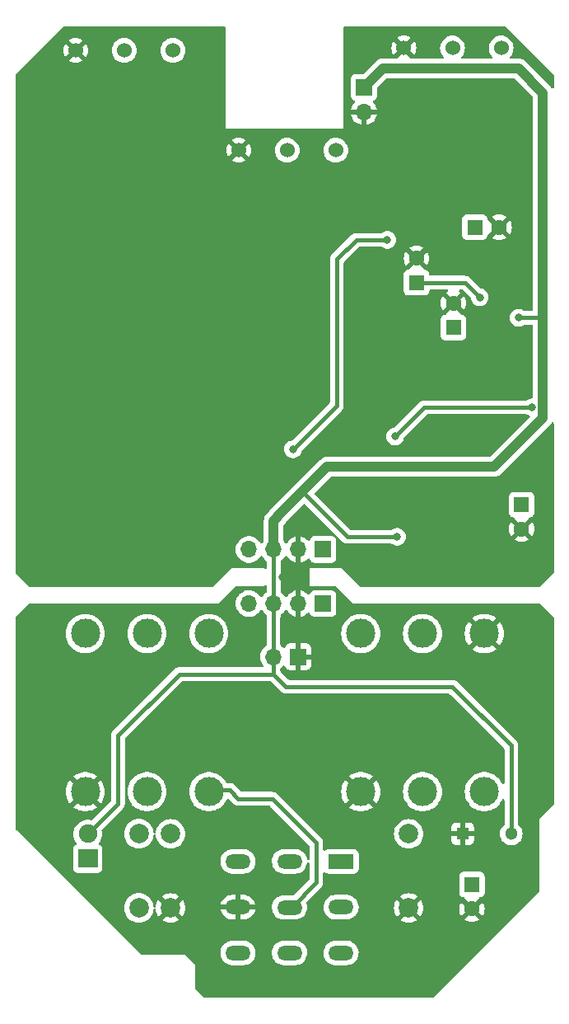
<source format=gbl>
G04 #@! TF.GenerationSoftware,KiCad,Pcbnew,7.0.5.1-1-g8f565ef7f0-dirty-deb11*
G04 #@! TF.CreationDate,2023-08-10T15:27:45+00:00*
G04 #@! TF.ProjectId,rebote-smd,7265626f-7465-42d7-936d-642e6b696361,1.0.2*
G04 #@! TF.SameCoordinates,Original*
G04 #@! TF.FileFunction,Copper,L2,Bot*
G04 #@! TF.FilePolarity,Positive*
%FSLAX46Y46*%
G04 Gerber Fmt 4.6, Leading zero omitted, Abs format (unit mm)*
G04 Created by KiCad (PCBNEW 7.0.5.1-1-g8f565ef7f0-dirty-deb11) date 2023-08-10 15:27:45*
%MOMM*%
%LPD*%
G01*
G04 APERTURE LIST*
G04 #@! TA.AperFunction,ComponentPad*
%ADD10R,2.600000X1.500000*%
G04 #@! TD*
G04 #@! TA.AperFunction,ComponentPad*
%ADD11O,2.600000X1.500000*%
G04 #@! TD*
G04 #@! TA.AperFunction,ComponentPad*
%ADD12C,3.000000*%
G04 #@! TD*
G04 #@! TA.AperFunction,ComponentPad*
%ADD13R,1.700000X1.700000*%
G04 #@! TD*
G04 #@! TA.AperFunction,ComponentPad*
%ADD14O,1.700000X1.700000*%
G04 #@! TD*
G04 #@! TA.AperFunction,ComponentPad*
%ADD15R,1.600000X1.600000*%
G04 #@! TD*
G04 #@! TA.AperFunction,ComponentPad*
%ADD16C,1.600000*%
G04 #@! TD*
G04 #@! TA.AperFunction,ComponentPad*
%ADD17R,2.000000X1.900000*%
G04 #@! TD*
G04 #@! TA.AperFunction,ComponentPad*
%ADD18C,1.900000*%
G04 #@! TD*
G04 #@! TA.AperFunction,ComponentPad*
%ADD19C,1.998980*%
G04 #@! TD*
G04 #@! TA.AperFunction,ComponentPad*
%ADD20R,1.300000X1.300000*%
G04 #@! TD*
G04 #@! TA.AperFunction,ComponentPad*
%ADD21C,1.300000*%
G04 #@! TD*
G04 #@! TA.AperFunction,ComponentPad*
%ADD22C,1.524000*%
G04 #@! TD*
G04 #@! TA.AperFunction,ViaPad*
%ADD23C,0.800000*%
G04 #@! TD*
G04 #@! TA.AperFunction,Conductor*
%ADD24C,0.400000*%
G04 #@! TD*
G04 #@! TA.AperFunction,Conductor*
%ADD25C,1.000000*%
G04 #@! TD*
G04 APERTURE END LIST*
D10*
X148550000Y-137825000D03*
D11*
X143250000Y-137825000D03*
X137950000Y-137825000D03*
X148550000Y-142525000D03*
X143250000Y-142550000D03*
X137950000Y-142525000D03*
X148550000Y-147225000D03*
X143250000Y-147225000D03*
X137950000Y-147225000D03*
D12*
X128595000Y-130665000D03*
X128595000Y-114435000D03*
X122245000Y-130665000D03*
X122245000Y-114435000D03*
X134945000Y-130665000D03*
X134945000Y-114435000D03*
D13*
X150910000Y-58325000D03*
D14*
X150910000Y-60865000D03*
D13*
X146700000Y-111350000D03*
D14*
X144160000Y-111350000D03*
X141620000Y-111350000D03*
X139080000Y-111350000D03*
D13*
X146700000Y-105800000D03*
D14*
X144160000Y-105800000D03*
X141620000Y-105800000D03*
X139080000Y-105800000D03*
D15*
X162000000Y-140200000D03*
D16*
X162000000Y-142700000D03*
D17*
X122500000Y-137540000D03*
D18*
X122500000Y-135000000D03*
D19*
X155500000Y-135000000D03*
X155500000Y-142620000D03*
X127760000Y-142600000D03*
X127760000Y-134980000D03*
X131010000Y-135000000D03*
X131010000Y-142620000D03*
D20*
X161050000Y-135000000D03*
D21*
X166050000Y-135000000D03*
D13*
X144140000Y-116810000D03*
D14*
X141600000Y-116810000D03*
D12*
X156925000Y-114435000D03*
X156925000Y-130665000D03*
X163275000Y-114435000D03*
X163275000Y-130665000D03*
X150575000Y-114435000D03*
X150575000Y-130665000D03*
D15*
X162304888Y-72700000D03*
D16*
X164804888Y-72700000D03*
D15*
X160110000Y-83000000D03*
D16*
X160110000Y-80500000D03*
D15*
X167110000Y-101194888D03*
D16*
X167110000Y-103694888D03*
D15*
X156310000Y-78400000D03*
D16*
X156310000Y-75900000D03*
D22*
X138010000Y-64800000D03*
X143010000Y-64800000D03*
X148010000Y-64800000D03*
X121260000Y-54550000D03*
X126260000Y-54550000D03*
X131260000Y-54550000D03*
X155010000Y-54300000D03*
X160010000Y-54300000D03*
X165010000Y-54300000D03*
D23*
X144810000Y-102000000D03*
X135110000Y-109200000D03*
X165610000Y-104900000D03*
X143710000Y-108600000D03*
X150710000Y-109100000D03*
X157410000Y-84100000D03*
X156266000Y-100165000D03*
X142510000Y-108600000D03*
X141610000Y-99900000D03*
X143110000Y-108600000D03*
X154310000Y-104500000D03*
X168910000Y-92700000D03*
X166810000Y-82000000D03*
X162810000Y-79900000D03*
X153310000Y-74000000D03*
X143610000Y-95500000D03*
X168210000Y-91200000D03*
X154110000Y-94200000D03*
D24*
X154310000Y-104500000D02*
X149210000Y-104500000D01*
X125600000Y-131900000D02*
X122500000Y-135000000D01*
D25*
X144560000Y-99850000D02*
X142010000Y-102400000D01*
D24*
X166810000Y-82000000D02*
X169310000Y-82000000D01*
X141600000Y-118600000D02*
X142900000Y-119900000D01*
X131900000Y-118600000D02*
X125600000Y-124900000D01*
X141620000Y-111350000D02*
X141620000Y-112552081D01*
D25*
X164310000Y-97300000D02*
X147110000Y-97300000D01*
X150910000Y-58325000D02*
X152835000Y-56400000D01*
D24*
X141600000Y-112572081D02*
X141600000Y-118100000D01*
X160000000Y-119900000D02*
X166050000Y-125950000D01*
D25*
X166810000Y-56400000D02*
X169310000Y-58900000D01*
D24*
X141600000Y-118100000D02*
X141600000Y-118600000D01*
X125600000Y-124900000D02*
X125600000Y-131900000D01*
X141620000Y-111350000D02*
X141620000Y-105800000D01*
D25*
X169310000Y-58900000D02*
X169310000Y-82000000D01*
X147110000Y-97300000D02*
X144560000Y-99850000D01*
X169310000Y-82000000D02*
X169310000Y-92300000D01*
D24*
X141600000Y-116810000D02*
X141600000Y-118100000D01*
X142900000Y-119900000D02*
X160000000Y-119900000D01*
X141620000Y-112552081D02*
X141600000Y-112572081D01*
X166050000Y-125950000D02*
X166050000Y-135000000D01*
D25*
X142010000Y-102400000D02*
X142010000Y-102500000D01*
X141620000Y-102890000D02*
X141620000Y-105800000D01*
D24*
X149210000Y-104500000D02*
X144560000Y-99850000D01*
D25*
X152835000Y-56400000D02*
X166810000Y-56400000D01*
X142010000Y-102500000D02*
X141620000Y-102890000D01*
D24*
X141600000Y-118600000D02*
X131900000Y-118600000D01*
D25*
X169310000Y-92300000D02*
X164310000Y-97300000D01*
D24*
X161310000Y-78400000D02*
X156310000Y-78400000D01*
X162810000Y-79900000D02*
X161310000Y-78400000D01*
X148110000Y-76000000D02*
X150110000Y-74000000D01*
X148110000Y-91000000D02*
X148110000Y-76000000D01*
X143610000Y-95500000D02*
X148110000Y-91000000D01*
X150110000Y-74000000D02*
X153310000Y-74000000D01*
X168210000Y-91200000D02*
X157110000Y-91200000D01*
X157110000Y-91200000D02*
X154110000Y-94200000D01*
X143450000Y-142550000D02*
X143250000Y-142550000D01*
X146000000Y-140000000D02*
X143450000Y-142550000D01*
X141500000Y-131400000D02*
X146000000Y-135900000D01*
X146000000Y-135900000D02*
X146000000Y-140000000D01*
X137991320Y-131400000D02*
X141500000Y-131400000D01*
X134950000Y-130480000D02*
X137071320Y-130480000D01*
X137071320Y-130480000D02*
X137991320Y-131400000D01*
G04 #@! TA.AperFunction,Conductor*
G36*
X136616621Y-52095502D02*
G01*
X136663114Y-52149158D01*
X136674500Y-52201500D01*
X136674500Y-62454469D01*
X136672587Y-62476343D01*
X136670876Y-62486048D01*
X136672586Y-62495746D01*
X136674128Y-62513373D01*
X136678707Y-62530467D01*
X136680418Y-62540171D01*
X136683935Y-62546262D01*
X136688452Y-62551645D01*
X136696982Y-62556570D01*
X136714972Y-62569167D01*
X136722518Y-62575499D01*
X136722519Y-62575499D01*
X136722520Y-62575500D01*
X136722521Y-62575500D01*
X136729123Y-62577903D01*
X136736047Y-62579124D01*
X136736047Y-62579123D01*
X136736048Y-62579124D01*
X136745746Y-62577413D01*
X136767625Y-62575500D01*
X148704470Y-62575500D01*
X148726350Y-62577414D01*
X148736047Y-62579124D01*
X148736047Y-62579123D01*
X148736048Y-62579124D01*
X148745746Y-62577413D01*
X148763381Y-62575871D01*
X148780473Y-62571290D01*
X148790172Y-62569581D01*
X148790173Y-62569579D01*
X148796260Y-62566064D01*
X148801641Y-62561549D01*
X148801645Y-62561548D01*
X148806569Y-62553018D01*
X148819165Y-62535028D01*
X148825500Y-62527480D01*
X148825500Y-62527479D01*
X148827902Y-62520879D01*
X148829122Y-62513955D01*
X148829124Y-62513952D01*
X148827414Y-62504253D01*
X148825500Y-62482374D01*
X148825500Y-52201500D01*
X148845502Y-52133379D01*
X148899158Y-52086886D01*
X148951500Y-52075500D01*
X165416537Y-52075500D01*
X165484658Y-52095502D01*
X165505632Y-52112405D01*
X170387595Y-56994368D01*
X170421621Y-57056680D01*
X170424500Y-57083463D01*
X170424500Y-58342674D01*
X170404498Y-58410795D01*
X170350842Y-58457288D01*
X170280568Y-58467392D01*
X170215988Y-58437898D01*
X170187378Y-58402070D01*
X170152593Y-58336993D01*
X170026571Y-58183434D01*
X169992857Y-58155766D01*
X169983695Y-58147461D01*
X167562532Y-55726298D01*
X167554227Y-55717135D01*
X167526569Y-55683433D01*
X167373003Y-55557404D01*
X167222757Y-55477096D01*
X167212442Y-55468198D01*
X167007701Y-55406090D01*
X166810001Y-55386619D01*
X166769741Y-55390584D01*
X166766612Y-55390893D01*
X166754263Y-55391500D01*
X166019449Y-55391500D01*
X165951328Y-55371498D01*
X165904835Y-55317842D01*
X165894731Y-55247568D01*
X165924225Y-55182988D01*
X165930354Y-55176405D01*
X165986974Y-55119784D01*
X165986977Y-55119781D01*
X166114488Y-54937677D01*
X166208440Y-54736196D01*
X166265978Y-54521463D01*
X166285353Y-54300000D01*
X166265978Y-54078537D01*
X166208440Y-53863804D01*
X166114488Y-53662324D01*
X165986977Y-53480219D01*
X165986976Y-53480218D01*
X165986974Y-53480215D01*
X165829784Y-53323025D01*
X165647678Y-53195512D01*
X165577117Y-53162609D01*
X165446196Y-53101560D01*
X165432709Y-53097946D01*
X165231467Y-53044022D01*
X165010000Y-53024647D01*
X164788532Y-53044022D01*
X164573807Y-53101559D01*
X164573806Y-53101559D01*
X164573804Y-53101560D01*
X164513442Y-53129707D01*
X164372322Y-53195512D01*
X164190215Y-53323025D01*
X164033025Y-53480215D01*
X163905512Y-53662322D01*
X163811559Y-53863807D01*
X163754022Y-54078532D01*
X163734647Y-54300000D01*
X163754022Y-54521467D01*
X163807946Y-54722709D01*
X163811560Y-54736196D01*
X163857439Y-54834584D01*
X163905512Y-54937678D01*
X164033025Y-55119784D01*
X164089646Y-55176405D01*
X164123672Y-55238717D01*
X164118607Y-55309532D01*
X164076060Y-55366368D01*
X164009540Y-55391179D01*
X164000551Y-55391500D01*
X161019449Y-55391500D01*
X160951328Y-55371498D01*
X160904835Y-55317842D01*
X160894731Y-55247568D01*
X160924225Y-55182988D01*
X160930354Y-55176405D01*
X160986974Y-55119784D01*
X160986973Y-55119784D01*
X160986977Y-55119781D01*
X161114488Y-54937677D01*
X161208440Y-54736196D01*
X161265978Y-54521463D01*
X161285353Y-54300000D01*
X161265978Y-54078537D01*
X161208440Y-53863804D01*
X161114488Y-53662324D01*
X160986977Y-53480219D01*
X160986976Y-53480218D01*
X160986974Y-53480215D01*
X160829784Y-53323025D01*
X160647678Y-53195512D01*
X160577117Y-53162609D01*
X160446196Y-53101560D01*
X160432709Y-53097946D01*
X160231467Y-53044022D01*
X160010000Y-53024647D01*
X159788532Y-53044022D01*
X159573807Y-53101559D01*
X159573806Y-53101559D01*
X159573804Y-53101560D01*
X159513442Y-53129707D01*
X159372322Y-53195512D01*
X159190215Y-53323025D01*
X159033025Y-53480215D01*
X158905512Y-53662322D01*
X158811559Y-53863807D01*
X158754022Y-54078532D01*
X158734647Y-54300000D01*
X158754022Y-54521467D01*
X158807946Y-54722709D01*
X158811560Y-54736196D01*
X158857439Y-54834584D01*
X158905512Y-54937678D01*
X159033025Y-55119784D01*
X159089646Y-55176405D01*
X159123672Y-55238717D01*
X159118607Y-55309532D01*
X159076060Y-55366368D01*
X159009540Y-55391179D01*
X159000551Y-55391500D01*
X155794481Y-55391500D01*
X155726360Y-55371498D01*
X155705386Y-55354595D01*
X155177625Y-54826834D01*
X155298458Y-54774349D01*
X155415739Y-54678934D01*
X155502928Y-54555415D01*
X155534837Y-54465628D01*
X156069812Y-55000603D01*
X156069814Y-55000603D01*
X156114052Y-54937427D01*
X156207968Y-54736024D01*
X156265482Y-54521376D01*
X156284850Y-54299999D01*
X156265482Y-54078623D01*
X156207968Y-53863975D01*
X156114051Y-53662571D01*
X156069815Y-53599395D01*
X156069813Y-53599395D01*
X155536902Y-54132306D01*
X155533116Y-54114085D01*
X155463558Y-53979844D01*
X155360362Y-53869348D01*
X155231181Y-53790791D01*
X155175577Y-53775211D01*
X155710603Y-53240185D01*
X155710603Y-53240184D01*
X155647426Y-53195947D01*
X155446024Y-53102031D01*
X155231376Y-53044517D01*
X155010000Y-53025149D01*
X154788623Y-53044517D01*
X154573975Y-53102031D01*
X154372572Y-53195948D01*
X154309394Y-53240185D01*
X154842374Y-53773165D01*
X154721542Y-53825651D01*
X154604261Y-53921066D01*
X154517072Y-54044585D01*
X154485162Y-54134371D01*
X153950185Y-53599394D01*
X153905948Y-53662572D01*
X153812031Y-53863975D01*
X153754517Y-54078623D01*
X153735149Y-54299999D01*
X153754517Y-54521376D01*
X153812031Y-54736024D01*
X153905947Y-54937426D01*
X153950184Y-55000603D01*
X153950185Y-55000603D01*
X154483097Y-54467691D01*
X154486884Y-54485915D01*
X154556442Y-54620156D01*
X154659638Y-54730652D01*
X154788819Y-54809209D01*
X154844421Y-54824788D01*
X154314613Y-55354596D01*
X154252301Y-55388621D01*
X154225518Y-55391500D01*
X152890737Y-55391500D01*
X152878387Y-55390893D01*
X152874905Y-55390550D01*
X152834998Y-55386619D01*
X152637298Y-55406090D01*
X152432557Y-55468198D01*
X152422242Y-55477096D01*
X152271996Y-55557404D01*
X152118430Y-55683433D01*
X152090765Y-55717142D01*
X152082467Y-55726298D01*
X150879169Y-56929596D01*
X150816859Y-56963620D01*
X150790076Y-56966500D01*
X150011362Y-56966500D01*
X150008013Y-56966859D01*
X150008013Y-56966860D01*
X149950799Y-56973011D01*
X149813794Y-57024111D01*
X149696738Y-57111738D01*
X149609111Y-57228794D01*
X149558011Y-57365799D01*
X149551500Y-57426362D01*
X149551500Y-59223638D01*
X149557648Y-59280829D01*
X149558011Y-59284200D01*
X149609111Y-59421205D01*
X149696738Y-59538261D01*
X149813794Y-59625888D01*
X149813795Y-59625888D01*
X149813796Y-59625889D01*
X149929313Y-59668975D01*
X149986148Y-59711521D01*
X150010959Y-59778041D01*
X149995868Y-59847415D01*
X149977982Y-59872367D01*
X149834676Y-60028040D01*
X149711580Y-60216451D01*
X149621177Y-60422548D01*
X149573455Y-60610999D01*
X149573456Y-60611000D01*
X150478884Y-60611000D01*
X150450507Y-60655156D01*
X150410000Y-60793111D01*
X150410000Y-60936889D01*
X150450507Y-61074844D01*
X150478884Y-61119000D01*
X149573455Y-61119000D01*
X149621177Y-61307451D01*
X149711580Y-61513548D01*
X149834678Y-61701962D01*
X149987096Y-61867533D01*
X150164697Y-62005766D01*
X150362631Y-62112883D01*
X150575485Y-62185955D01*
X150656000Y-62199391D01*
X150656000Y-61298674D01*
X150767685Y-61349680D01*
X150874237Y-61365000D01*
X150945763Y-61365000D01*
X151052315Y-61349680D01*
X151164000Y-61298674D01*
X151164000Y-62199390D01*
X151244514Y-62185955D01*
X151457368Y-62112883D01*
X151655302Y-62005766D01*
X151832903Y-61867533D01*
X151985321Y-61701962D01*
X152108419Y-61513548D01*
X152198822Y-61307451D01*
X152246544Y-61119000D01*
X151341116Y-61119000D01*
X151369493Y-61074844D01*
X151410000Y-60936889D01*
X151410000Y-60793111D01*
X151369493Y-60655156D01*
X151341116Y-60611000D01*
X152246544Y-60611000D01*
X152246544Y-60610999D01*
X152198822Y-60422548D01*
X152108419Y-60216451D01*
X151985321Y-60028037D01*
X151842018Y-59872367D01*
X151810597Y-59808702D01*
X151818584Y-59738156D01*
X151863443Y-59683127D01*
X151890679Y-59668977D01*
X152006204Y-59625889D01*
X152123261Y-59538261D01*
X152210889Y-59421204D01*
X152261989Y-59284201D01*
X152268500Y-59223638D01*
X152268500Y-58444923D01*
X152288502Y-58376802D01*
X152305400Y-58355832D01*
X153215831Y-57445402D01*
X153278141Y-57411379D01*
X153304924Y-57408500D01*
X166340076Y-57408500D01*
X166408197Y-57428502D01*
X166429171Y-57445405D01*
X168264595Y-59280829D01*
X168298621Y-59343141D01*
X168301500Y-59369924D01*
X168301500Y-81165500D01*
X168281498Y-81233621D01*
X168227842Y-81280114D01*
X168175500Y-81291500D01*
X167421405Y-81291500D01*
X167353284Y-81271498D01*
X167347344Y-81267436D01*
X167266753Y-81208883D01*
X167266752Y-81208882D01*
X167092288Y-81131206D01*
X166905487Y-81091500D01*
X166714513Y-81091500D01*
X166589978Y-81117970D01*
X166527711Y-81131206D01*
X166353246Y-81208883D01*
X166198747Y-81321133D01*
X166070958Y-81463057D01*
X165975472Y-81628443D01*
X165916458Y-81810070D01*
X165896496Y-81999999D01*
X165916458Y-82189929D01*
X165975472Y-82371556D01*
X166070958Y-82536942D01*
X166070960Y-82536944D01*
X166198747Y-82678866D01*
X166353248Y-82791118D01*
X166527712Y-82868794D01*
X166714513Y-82908500D01*
X166714515Y-82908500D01*
X166905485Y-82908500D01*
X166905487Y-82908500D01*
X167092288Y-82868794D01*
X167266752Y-82791118D01*
X167347344Y-82732563D01*
X167414212Y-82708706D01*
X167421405Y-82708500D01*
X168175500Y-82708500D01*
X168243621Y-82728502D01*
X168290114Y-82782158D01*
X168301500Y-82834500D01*
X168301500Y-90165500D01*
X168281498Y-90233621D01*
X168227842Y-90280114D01*
X168175500Y-90291500D01*
X168114513Y-90291500D01*
X167989979Y-90317970D01*
X167927711Y-90331206D01*
X167753246Y-90408883D01*
X167672656Y-90467436D01*
X167605788Y-90491294D01*
X167598595Y-90491500D01*
X157135223Y-90491500D01*
X157127616Y-90491270D01*
X157125540Y-90491144D01*
X157066906Y-90487597D01*
X157007090Y-90498559D01*
X156999569Y-90499704D01*
X156939197Y-90507035D01*
X156929662Y-90510651D01*
X156907711Y-90516770D01*
X156905609Y-90517155D01*
X156897668Y-90518611D01*
X156842213Y-90543569D01*
X156835186Y-90546480D01*
X156778322Y-90568046D01*
X156769926Y-90573842D01*
X156750076Y-90585038D01*
X156740776Y-90589224D01*
X156740774Y-90589225D01*
X156740775Y-90589225D01*
X156692899Y-90626731D01*
X156686785Y-90631230D01*
X156636730Y-90665781D01*
X156596388Y-90711317D01*
X156591172Y-90716856D01*
X154043466Y-93264563D01*
X153981154Y-93298588D01*
X153980569Y-93298714D01*
X153827714Y-93331205D01*
X153653246Y-93408883D01*
X153498747Y-93521133D01*
X153370958Y-93663057D01*
X153275472Y-93828443D01*
X153216458Y-94010070D01*
X153196496Y-94199999D01*
X153216458Y-94389929D01*
X153275472Y-94571556D01*
X153370958Y-94736942D01*
X153370960Y-94736944D01*
X153498747Y-94878866D01*
X153653248Y-94991118D01*
X153827712Y-95068794D01*
X154014513Y-95108500D01*
X154014515Y-95108500D01*
X154205485Y-95108500D01*
X154205487Y-95108500D01*
X154392288Y-95068794D01*
X154566752Y-94991118D01*
X154721253Y-94878866D01*
X154849040Y-94736944D01*
X154944527Y-94571556D01*
X155003542Y-94389928D01*
X155008449Y-94343230D01*
X155035460Y-94277574D01*
X155044655Y-94267313D01*
X157366564Y-91945405D01*
X157428877Y-91911379D01*
X157455660Y-91908500D01*
X167598595Y-91908500D01*
X167666716Y-91928502D01*
X167672655Y-91932563D01*
X167753248Y-91991118D01*
X167889803Y-92051915D01*
X167943898Y-92097895D01*
X167964547Y-92165822D01*
X167945195Y-92234130D01*
X167927648Y-92256117D01*
X163929171Y-96254595D01*
X163866859Y-96288621D01*
X163840076Y-96291500D01*
X147165737Y-96291500D01*
X147153387Y-96290893D01*
X147149905Y-96290550D01*
X147109998Y-96286619D01*
X146912299Y-96306090D01*
X146779864Y-96346265D01*
X146722196Y-96363758D01*
X146546996Y-96457404D01*
X146393430Y-96583433D01*
X146365769Y-96617137D01*
X146357467Y-96626296D01*
X143881923Y-99101842D01*
X143881918Y-99101847D01*
X141336301Y-101647463D01*
X141327142Y-101655765D01*
X141293431Y-101683432D01*
X141167407Y-101836992D01*
X141146225Y-101876622D01*
X141085079Y-101991013D01*
X141063053Y-102020711D01*
X140946301Y-102137463D01*
X140937142Y-102145765D01*
X140903433Y-102173430D01*
X140777404Y-102326995D01*
X140686602Y-102496877D01*
X140683758Y-102502197D01*
X140626090Y-102692298D01*
X140606619Y-102889998D01*
X140610893Y-102933385D01*
X140611500Y-102945736D01*
X140611500Y-104840544D01*
X140591498Y-104908665D01*
X140578202Y-104925881D01*
X140544278Y-104962731D01*
X140455483Y-105098643D01*
X140401479Y-105144731D01*
X140331131Y-105154306D01*
X140266774Y-105124328D01*
X140244517Y-105098643D01*
X140202423Y-105034214D01*
X140155722Y-104962732D01*
X140003240Y-104797094D01*
X140003239Y-104797093D01*
X140003237Y-104797091D01*
X139825578Y-104658812D01*
X139627573Y-104551657D01*
X139474510Y-104499111D01*
X139414635Y-104478556D01*
X139192569Y-104441500D01*
X138967431Y-104441500D01*
X138745365Y-104478556D01*
X138745362Y-104478556D01*
X138745362Y-104478557D01*
X138532426Y-104551657D01*
X138334421Y-104658812D01*
X138156762Y-104797091D01*
X138004278Y-104962731D01*
X137881139Y-105151209D01*
X137790702Y-105357388D01*
X137735437Y-105575627D01*
X137735436Y-105575632D01*
X137716844Y-105800000D01*
X137735436Y-106024368D01*
X137735436Y-106024371D01*
X137735437Y-106024372D01*
X137790702Y-106242611D01*
X137881139Y-106448790D01*
X137915183Y-106500898D01*
X138004278Y-106637268D01*
X138156419Y-106802536D01*
X138156762Y-106802908D01*
X138334421Y-106941187D01*
X138334424Y-106941189D01*
X138532426Y-107048342D01*
X138745365Y-107121444D01*
X138967431Y-107158500D01*
X138967434Y-107158500D01*
X139192566Y-107158500D01*
X139192569Y-107158500D01*
X139414635Y-107121444D01*
X139627574Y-107048342D01*
X139825576Y-106941189D01*
X140003240Y-106802906D01*
X140155722Y-106637268D01*
X140244518Y-106501354D01*
X140298521Y-106455268D01*
X140368869Y-106445693D01*
X140433226Y-106475670D01*
X140455480Y-106501353D01*
X140544278Y-106637268D01*
X140696760Y-106802906D01*
X140862893Y-106932214D01*
X140904362Y-106989837D01*
X140911500Y-107031643D01*
X140911500Y-107658605D01*
X140891498Y-107726726D01*
X140837842Y-107773219D01*
X140767568Y-107783323D01*
X140702988Y-107753829D01*
X140676382Y-107721607D01*
X140666064Y-107703736D01*
X140661549Y-107698355D01*
X140653016Y-107693429D01*
X140635025Y-107680831D01*
X140627479Y-107674499D01*
X140620881Y-107672097D01*
X140613952Y-107670875D01*
X140604254Y-107672586D01*
X140582375Y-107674500D01*
X137395247Y-107674500D01*
X137375873Y-107671948D01*
X137354243Y-107673840D01*
X137352182Y-107674021D01*
X137341204Y-107674500D01*
X137328730Y-107674500D01*
X137317008Y-107677097D01*
X137316047Y-107677181D01*
X137306458Y-107681652D01*
X137298354Y-107688452D01*
X137297876Y-107689281D01*
X137277855Y-107715370D01*
X135355631Y-109637595D01*
X135293319Y-109671620D01*
X135266536Y-109674500D01*
X116583464Y-109674500D01*
X116515343Y-109654498D01*
X116494369Y-109637595D01*
X115112405Y-108255630D01*
X115078379Y-108193318D01*
X115075500Y-108166535D01*
X115075500Y-95499999D01*
X142696496Y-95499999D01*
X142716458Y-95689929D01*
X142775472Y-95871556D01*
X142870958Y-96036942D01*
X142870960Y-96036944D01*
X142998747Y-96178866D01*
X143153248Y-96291118D01*
X143327712Y-96368794D01*
X143514513Y-96408500D01*
X143514515Y-96408500D01*
X143705485Y-96408500D01*
X143705487Y-96408500D01*
X143892288Y-96368794D01*
X144066752Y-96291118D01*
X144221253Y-96178866D01*
X144349040Y-96036944D01*
X144444527Y-95871556D01*
X144503542Y-95689928D01*
X144508449Y-95643230D01*
X144535460Y-95577574D01*
X144544655Y-95567313D01*
X148593157Y-91518811D01*
X148598683Y-91513610D01*
X148644215Y-91473273D01*
X148678791Y-91423179D01*
X148683235Y-91417140D01*
X148720775Y-91369226D01*
X148724960Y-91359926D01*
X148736159Y-91340069D01*
X148741954Y-91331675D01*
X148763522Y-91274802D01*
X148766423Y-91267797D01*
X148791389Y-91212329D01*
X148793227Y-91202294D01*
X148799352Y-91180327D01*
X148802965Y-91170801D01*
X148810299Y-91110398D01*
X148811434Y-91102941D01*
X148822402Y-91043093D01*
X148818730Y-90982390D01*
X148818500Y-90974782D01*
X148818500Y-76345659D01*
X148838502Y-76277538D01*
X148855400Y-76256569D01*
X149211970Y-75899999D01*
X154997004Y-75899999D01*
X155016951Y-76127999D01*
X155076186Y-76349070D01*
X155172912Y-76556497D01*
X155222899Y-76627887D01*
X155911272Y-75939514D01*
X155924835Y-76025148D01*
X155982359Y-76138045D01*
X156071955Y-76227641D01*
X156184852Y-76285165D01*
X156270482Y-76298727D01*
X155570493Y-76998715D01*
X155565304Y-77024533D01*
X155515902Y-77075524D01*
X155461278Y-77091506D01*
X155461360Y-77091500D01*
X155461343Y-77091502D01*
X155461265Y-77091510D01*
X155461262Y-77091510D01*
X155400798Y-77098011D01*
X155400799Y-77098011D01*
X155263794Y-77149111D01*
X155146738Y-77236738D01*
X155059111Y-77353794D01*
X155008011Y-77490799D01*
X155001500Y-77551362D01*
X155001500Y-79248638D01*
X155008011Y-79309201D01*
X155033561Y-79377702D01*
X155059111Y-79446205D01*
X155146738Y-79563261D01*
X155263794Y-79650888D01*
X155263795Y-79650888D01*
X155263796Y-79650889D01*
X155400799Y-79701989D01*
X155461362Y-79708500D01*
X155464731Y-79708500D01*
X157155269Y-79708500D01*
X157158638Y-79708500D01*
X157219201Y-79701989D01*
X157356204Y-79650889D01*
X157473261Y-79563261D01*
X157560889Y-79446204D01*
X157611989Y-79309201D01*
X157618500Y-79248638D01*
X157618500Y-79234499D01*
X157638502Y-79166379D01*
X157692158Y-79119886D01*
X157744500Y-79108500D01*
X159430741Y-79108500D01*
X159498862Y-79128502D01*
X159545355Y-79182158D01*
X159555459Y-79252432D01*
X159525965Y-79317012D01*
X159483992Y-79348694D01*
X159453502Y-79362911D01*
X159382109Y-79412900D01*
X160070481Y-80101272D01*
X159984852Y-80114835D01*
X159871955Y-80172359D01*
X159782359Y-80261955D01*
X159724835Y-80374852D01*
X159711272Y-80460481D01*
X159022900Y-79772109D01*
X158972913Y-79843499D01*
X158876186Y-80050929D01*
X158816951Y-80272000D01*
X158797004Y-80500000D01*
X158816951Y-80727999D01*
X158876186Y-80949070D01*
X158972912Y-81156497D01*
X159022899Y-81227887D01*
X159711272Y-80539516D01*
X159724835Y-80625148D01*
X159782359Y-80738045D01*
X159871955Y-80827641D01*
X159984852Y-80885165D01*
X160070482Y-80898727D01*
X159370493Y-81598715D01*
X159365304Y-81624533D01*
X159315902Y-81675524D01*
X159261278Y-81691506D01*
X159261360Y-81691500D01*
X159261343Y-81691502D01*
X159261265Y-81691510D01*
X159261262Y-81691510D01*
X159200798Y-81698011D01*
X159200799Y-81698011D01*
X159063794Y-81749111D01*
X158946738Y-81836738D01*
X158859111Y-81953794D01*
X158808011Y-82090799D01*
X158801500Y-82151362D01*
X158801500Y-83848638D01*
X158801860Y-83851986D01*
X158808011Y-83909200D01*
X158859111Y-84046205D01*
X158946738Y-84163261D01*
X159063794Y-84250888D01*
X159063795Y-84250888D01*
X159063796Y-84250889D01*
X159200799Y-84301989D01*
X159261362Y-84308500D01*
X159264731Y-84308500D01*
X160955269Y-84308500D01*
X160958638Y-84308500D01*
X161019201Y-84301989D01*
X161156204Y-84250889D01*
X161273261Y-84163261D01*
X161360889Y-84046204D01*
X161411989Y-83909201D01*
X161418500Y-83848638D01*
X161418500Y-82151362D01*
X161411989Y-82090799D01*
X161360889Y-81953796D01*
X161360888Y-81953794D01*
X161273261Y-81836738D01*
X161156205Y-81749111D01*
X161087702Y-81723561D01*
X161019201Y-81698011D01*
X161011478Y-81697180D01*
X160961993Y-81691860D01*
X160961980Y-81691859D01*
X160958910Y-81691529D01*
X160958720Y-81691508D01*
X160958640Y-81691500D01*
X160958883Y-81691519D01*
X160892515Y-81668097D01*
X160848967Y-81612024D01*
X160846623Y-81595832D01*
X160149518Y-80898727D01*
X160235148Y-80885165D01*
X160348045Y-80827641D01*
X160437641Y-80738045D01*
X160495165Y-80625148D01*
X160508727Y-80539517D01*
X161197098Y-81227888D01*
X161197099Y-81227888D01*
X161247087Y-81156498D01*
X161343813Y-80949070D01*
X161403048Y-80727999D01*
X161422995Y-80499999D01*
X161403048Y-80272000D01*
X161343813Y-80050929D01*
X161247085Y-79843497D01*
X161197100Y-79772110D01*
X161197097Y-79772110D01*
X160508726Y-80460480D01*
X160495165Y-80374852D01*
X160437641Y-80261955D01*
X160348045Y-80172359D01*
X160235148Y-80114835D01*
X160149517Y-80101272D01*
X160837888Y-79412899D01*
X160766494Y-79362910D01*
X160736008Y-79348694D01*
X160682724Y-79301777D01*
X160663263Y-79233500D01*
X160683805Y-79165540D01*
X160737828Y-79119474D01*
X160789259Y-79108500D01*
X160964340Y-79108500D01*
X161032461Y-79128502D01*
X161053435Y-79145405D01*
X161875335Y-79967305D01*
X161909361Y-80029617D01*
X161911550Y-80043228D01*
X161916458Y-80089929D01*
X161975472Y-80271556D01*
X162070958Y-80436942D01*
X162070960Y-80436944D01*
X162198747Y-80578866D01*
X162353248Y-80691118D01*
X162527712Y-80768794D01*
X162714513Y-80808500D01*
X162714515Y-80808500D01*
X162905485Y-80808500D01*
X162905487Y-80808500D01*
X163092288Y-80768794D01*
X163266752Y-80691118D01*
X163421253Y-80578866D01*
X163549040Y-80436944D01*
X163644527Y-80271556D01*
X163703542Y-80089928D01*
X163723504Y-79900000D01*
X163703542Y-79710072D01*
X163644527Y-79528444D01*
X163644527Y-79528443D01*
X163549041Y-79363057D01*
X163421252Y-79221133D01*
X163317021Y-79145405D01*
X163266752Y-79108882D01*
X163092288Y-79031206D01*
X163092286Y-79031205D01*
X163092285Y-79031205D01*
X162939431Y-78998714D01*
X162876958Y-78964986D01*
X162876534Y-78964563D01*
X161828819Y-77916849D01*
X161823618Y-77911325D01*
X161783273Y-77865785D01*
X161783272Y-77865784D01*
X161733220Y-77831235D01*
X161727092Y-77826725D01*
X161679224Y-77789223D01*
X161669922Y-77785036D01*
X161650068Y-77773839D01*
X161648781Y-77772951D01*
X161641675Y-77768046D01*
X161641673Y-77768045D01*
X161584822Y-77746483D01*
X161577794Y-77743572D01*
X161522329Y-77718610D01*
X161512289Y-77716770D01*
X161490332Y-77710649D01*
X161480801Y-77707035D01*
X161420432Y-77699704D01*
X161412914Y-77698559D01*
X161405153Y-77697137D01*
X161353093Y-77687597D01*
X161292390Y-77691270D01*
X161284782Y-77691500D01*
X157744500Y-77691500D01*
X157676379Y-77671498D01*
X157629886Y-77617842D01*
X157618500Y-77565500D01*
X157618500Y-77554730D01*
X157618500Y-77554729D01*
X157618500Y-77551362D01*
X157611989Y-77490799D01*
X157560889Y-77353796D01*
X157560888Y-77353794D01*
X157473261Y-77236738D01*
X157356205Y-77149111D01*
X157287702Y-77123560D01*
X157219201Y-77098011D01*
X157211478Y-77097180D01*
X157161993Y-77091860D01*
X157161980Y-77091859D01*
X157158910Y-77091529D01*
X157158720Y-77091508D01*
X157158640Y-77091500D01*
X157158883Y-77091519D01*
X157092515Y-77068097D01*
X157048967Y-77012024D01*
X157046623Y-76995832D01*
X156349518Y-76298727D01*
X156435148Y-76285165D01*
X156548045Y-76227641D01*
X156637641Y-76138045D01*
X156695165Y-76025148D01*
X156708727Y-75939516D01*
X157397098Y-76627888D01*
X157397099Y-76627888D01*
X157447087Y-76556498D01*
X157543813Y-76349070D01*
X157603048Y-76127999D01*
X157622995Y-75899999D01*
X157603048Y-75672000D01*
X157543813Y-75450929D01*
X157447085Y-75243497D01*
X157397100Y-75172110D01*
X157397097Y-75172110D01*
X156708726Y-75860480D01*
X156695165Y-75774852D01*
X156637641Y-75661955D01*
X156548045Y-75572359D01*
X156435148Y-75514835D01*
X156349514Y-75501272D01*
X157037888Y-74812899D01*
X156966497Y-74762912D01*
X156759070Y-74666186D01*
X156537999Y-74606951D01*
X156310000Y-74587004D01*
X156082000Y-74606951D01*
X155860929Y-74666186D01*
X155653499Y-74762913D01*
X155582109Y-74812899D01*
X156270483Y-75501272D01*
X156184852Y-75514835D01*
X156071955Y-75572359D01*
X155982359Y-75661955D01*
X155924835Y-75774852D01*
X155911272Y-75860481D01*
X155222899Y-75172109D01*
X155172913Y-75243499D01*
X155076186Y-75450929D01*
X155016951Y-75672000D01*
X154997004Y-75899999D01*
X149211970Y-75899999D01*
X150366565Y-74745404D01*
X150428877Y-74711379D01*
X150455660Y-74708500D01*
X152698595Y-74708500D01*
X152766716Y-74728502D01*
X152772655Y-74732563D01*
X152853248Y-74791118D01*
X153027712Y-74868794D01*
X153214513Y-74908500D01*
X153214515Y-74908500D01*
X153405485Y-74908500D01*
X153405487Y-74908500D01*
X153592288Y-74868794D01*
X153766752Y-74791118D01*
X153921253Y-74678866D01*
X154049040Y-74536944D01*
X154144527Y-74371556D01*
X154203542Y-74189928D01*
X154223504Y-74000000D01*
X154203542Y-73810072D01*
X154144527Y-73628444D01*
X154144527Y-73628443D01*
X154098451Y-73548638D01*
X160996388Y-73548638D01*
X161002899Y-73609201D01*
X161028448Y-73677702D01*
X161053999Y-73746205D01*
X161141626Y-73863261D01*
X161258682Y-73950888D01*
X161258683Y-73950888D01*
X161258684Y-73950889D01*
X161395687Y-74001989D01*
X161456250Y-74008500D01*
X161459619Y-74008500D01*
X163150157Y-74008500D01*
X163153526Y-74008500D01*
X163214089Y-74001989D01*
X163351092Y-73950889D01*
X163468149Y-73863261D01*
X163555777Y-73746204D01*
X163606877Y-73609201D01*
X163613387Y-73548641D01*
X163613366Y-73548903D01*
X163636778Y-73482532D01*
X163692843Y-73438975D01*
X163709047Y-73436628D01*
X164406160Y-72739516D01*
X164419723Y-72825148D01*
X164477247Y-72938045D01*
X164566843Y-73027641D01*
X164679740Y-73085165D01*
X164765370Y-73098727D01*
X164076998Y-73787098D01*
X164076998Y-73787100D01*
X164148385Y-73837085D01*
X164355817Y-73933813D01*
X164576888Y-73993048D01*
X164804888Y-74012995D01*
X165032887Y-73993048D01*
X165253958Y-73933813D01*
X165461386Y-73837087D01*
X165532776Y-73787099D01*
X165532776Y-73787097D01*
X164844406Y-73098727D01*
X164930036Y-73085165D01*
X165042933Y-73027641D01*
X165132529Y-72938045D01*
X165190053Y-72825148D01*
X165203615Y-72739518D01*
X165891985Y-73427888D01*
X165891987Y-73427888D01*
X165941975Y-73356498D01*
X166038701Y-73149070D01*
X166097936Y-72927999D01*
X166117883Y-72699999D01*
X166097936Y-72472000D01*
X166038701Y-72250929D01*
X165941973Y-72043497D01*
X165891988Y-71972110D01*
X165891986Y-71972110D01*
X165203615Y-72660481D01*
X165190053Y-72574852D01*
X165132529Y-72461955D01*
X165042933Y-72372359D01*
X164930036Y-72314835D01*
X164844405Y-72301272D01*
X165532776Y-71612899D01*
X165461385Y-71562912D01*
X165253958Y-71466186D01*
X165032887Y-71406951D01*
X164804888Y-71387004D01*
X164576888Y-71406951D01*
X164355817Y-71466186D01*
X164148387Y-71562913D01*
X164076997Y-71612900D01*
X164765369Y-72301272D01*
X164679740Y-72314835D01*
X164566843Y-72372359D01*
X164477247Y-72461955D01*
X164419723Y-72574852D01*
X164406160Y-72660481D01*
X163706172Y-71960493D01*
X163680358Y-71955306D01*
X163629366Y-71905907D01*
X163613379Y-71851262D01*
X163613387Y-71851357D01*
X163606877Y-71790799D01*
X163555777Y-71653796D01*
X163487743Y-71562913D01*
X163468149Y-71536738D01*
X163351093Y-71449111D01*
X163282590Y-71423560D01*
X163214089Y-71398011D01*
X163153526Y-71391500D01*
X161456250Y-71391500D01*
X161452901Y-71391859D01*
X161452901Y-71391860D01*
X161395687Y-71398011D01*
X161258682Y-71449111D01*
X161141626Y-71536738D01*
X161053999Y-71653794D01*
X161002898Y-71790798D01*
X161002899Y-71790799D01*
X160996388Y-71851362D01*
X160996388Y-73548638D01*
X154098451Y-73548638D01*
X154049041Y-73463057D01*
X153968712Y-73373843D01*
X153921253Y-73321134D01*
X153917780Y-73318611D01*
X153766753Y-73208883D01*
X153766752Y-73208882D01*
X153592288Y-73131206D01*
X153405487Y-73091500D01*
X153214513Y-73091500D01*
X153089979Y-73117970D01*
X153027711Y-73131206D01*
X152853246Y-73208883D01*
X152772656Y-73267436D01*
X152705788Y-73291294D01*
X152698595Y-73291500D01*
X150135218Y-73291500D01*
X150127610Y-73291270D01*
X150066906Y-73287597D01*
X150007071Y-73298561D01*
X149999554Y-73299705D01*
X149939197Y-73307035D01*
X149929662Y-73310651D01*
X149907711Y-73316770D01*
X149905609Y-73317155D01*
X149897668Y-73318611D01*
X149842211Y-73343570D01*
X149835183Y-73346482D01*
X149778319Y-73368048D01*
X149769923Y-73373843D01*
X149750078Y-73385036D01*
X149740774Y-73389224D01*
X149692898Y-73426731D01*
X149686773Y-73431238D01*
X149636729Y-73465782D01*
X149596388Y-73511317D01*
X149591172Y-73516856D01*
X147626856Y-75481172D01*
X147621317Y-75486388D01*
X147575782Y-75526729D01*
X147541238Y-75576773D01*
X147536731Y-75582898D01*
X147499224Y-75630774D01*
X147495036Y-75640078D01*
X147483843Y-75659923D01*
X147478048Y-75668319D01*
X147456482Y-75725183D01*
X147453570Y-75732211D01*
X147428611Y-75787668D01*
X147426771Y-75797710D01*
X147420651Y-75819662D01*
X147417035Y-75829197D01*
X147409705Y-75889554D01*
X147408561Y-75897071D01*
X147397597Y-75956906D01*
X147401270Y-76017608D01*
X147401500Y-76025217D01*
X147401500Y-90654339D01*
X147381498Y-90722460D01*
X147364595Y-90743434D01*
X143543466Y-94564563D01*
X143481154Y-94598589D01*
X143480569Y-94598714D01*
X143327714Y-94631205D01*
X143153246Y-94708883D01*
X142998747Y-94821133D01*
X142870958Y-94963057D01*
X142775472Y-95128443D01*
X142716458Y-95310070D01*
X142696496Y-95499999D01*
X115075500Y-95499999D01*
X115075500Y-64799999D01*
X136735149Y-64799999D01*
X136754517Y-65021376D01*
X136812031Y-65236024D01*
X136905947Y-65437426D01*
X136950184Y-65500603D01*
X136950185Y-65500603D01*
X137483097Y-64967691D01*
X137486884Y-64985915D01*
X137556442Y-65120156D01*
X137659638Y-65230652D01*
X137788819Y-65309209D01*
X137844421Y-65324788D01*
X137309395Y-65859813D01*
X137309395Y-65859814D01*
X137372573Y-65904052D01*
X137573975Y-65997968D01*
X137788623Y-66055482D01*
X138010000Y-66074850D01*
X138231376Y-66055482D01*
X138446024Y-65997968D01*
X138647427Y-65904052D01*
X138710603Y-65859814D01*
X138710603Y-65859812D01*
X138177625Y-65326834D01*
X138298458Y-65274349D01*
X138415739Y-65178934D01*
X138502928Y-65055415D01*
X138534837Y-64965628D01*
X139069812Y-65500603D01*
X139069814Y-65500603D01*
X139114052Y-65437427D01*
X139207968Y-65236024D01*
X139265482Y-65021376D01*
X139284850Y-64800000D01*
X141734647Y-64800000D01*
X141754022Y-65021467D01*
X141807946Y-65222709D01*
X141811560Y-65236196D01*
X141857439Y-65334584D01*
X141905512Y-65437678D01*
X142033025Y-65619784D01*
X142190215Y-65776974D01*
X142372321Y-65904487D01*
X142372322Y-65904487D01*
X142372323Y-65904488D01*
X142573804Y-65998440D01*
X142724739Y-66038883D01*
X142788532Y-66055977D01*
X142788533Y-66055977D01*
X142788537Y-66055978D01*
X143010000Y-66075353D01*
X143231463Y-66055978D01*
X143446196Y-65998440D01*
X143647677Y-65904488D01*
X143829781Y-65776977D01*
X143986977Y-65619781D01*
X144114488Y-65437677D01*
X144208440Y-65236196D01*
X144265978Y-65021463D01*
X144285353Y-64800000D01*
X146734647Y-64800000D01*
X146754022Y-65021467D01*
X146807946Y-65222709D01*
X146811560Y-65236196D01*
X146857439Y-65334584D01*
X146905512Y-65437678D01*
X147033025Y-65619784D01*
X147190215Y-65776974D01*
X147372321Y-65904487D01*
X147372322Y-65904487D01*
X147372323Y-65904488D01*
X147573804Y-65998440D01*
X147724739Y-66038883D01*
X147788532Y-66055977D01*
X147788533Y-66055977D01*
X147788537Y-66055978D01*
X148010000Y-66075353D01*
X148231463Y-66055978D01*
X148446196Y-65998440D01*
X148647677Y-65904488D01*
X148829781Y-65776977D01*
X148986977Y-65619781D01*
X149114488Y-65437677D01*
X149208440Y-65236196D01*
X149265978Y-65021463D01*
X149285353Y-64800000D01*
X149265978Y-64578537D01*
X149208440Y-64363804D01*
X149114488Y-64162324D01*
X148986977Y-63980219D01*
X148986976Y-63980218D01*
X148986974Y-63980215D01*
X148829784Y-63823025D01*
X148647678Y-63695512D01*
X148577117Y-63662609D01*
X148446196Y-63601560D01*
X148432709Y-63597946D01*
X148231467Y-63544022D01*
X148010000Y-63524647D01*
X147788532Y-63544022D01*
X147573807Y-63601559D01*
X147573806Y-63601559D01*
X147573804Y-63601560D01*
X147513442Y-63629707D01*
X147372322Y-63695512D01*
X147190215Y-63823025D01*
X147033025Y-63980215D01*
X146905512Y-64162322D01*
X146811559Y-64363807D01*
X146754022Y-64578532D01*
X146734647Y-64800000D01*
X144285353Y-64800000D01*
X144265978Y-64578537D01*
X144208440Y-64363804D01*
X144114488Y-64162324D01*
X143986977Y-63980219D01*
X143986976Y-63980218D01*
X143986974Y-63980215D01*
X143829784Y-63823025D01*
X143647678Y-63695512D01*
X143577117Y-63662609D01*
X143446196Y-63601560D01*
X143432709Y-63597946D01*
X143231467Y-63544022D01*
X143010000Y-63524647D01*
X142788532Y-63544022D01*
X142573807Y-63601559D01*
X142573806Y-63601559D01*
X142573804Y-63601560D01*
X142513442Y-63629707D01*
X142372322Y-63695512D01*
X142190215Y-63823025D01*
X142033025Y-63980215D01*
X141905512Y-64162322D01*
X141811559Y-64363807D01*
X141754022Y-64578532D01*
X141734647Y-64800000D01*
X139284850Y-64800000D01*
X139265482Y-64578623D01*
X139207968Y-64363975D01*
X139114051Y-64162571D01*
X139069815Y-64099395D01*
X139069813Y-64099395D01*
X138536902Y-64632306D01*
X138533116Y-64614085D01*
X138463558Y-64479844D01*
X138360362Y-64369348D01*
X138231181Y-64290791D01*
X138175577Y-64275211D01*
X138710603Y-63740185D01*
X138710603Y-63740184D01*
X138647426Y-63695947D01*
X138446024Y-63602031D01*
X138231376Y-63544517D01*
X138010000Y-63525149D01*
X137788623Y-63544517D01*
X137573975Y-63602031D01*
X137372572Y-63695948D01*
X137309394Y-63740185D01*
X137842374Y-64273165D01*
X137721542Y-64325651D01*
X137604261Y-64421066D01*
X137517072Y-64544585D01*
X137485162Y-64634371D01*
X136950185Y-64099394D01*
X136905948Y-64162572D01*
X136812031Y-64363975D01*
X136754517Y-64578623D01*
X136735149Y-64799999D01*
X115075500Y-64799999D01*
X115075500Y-57083463D01*
X115095502Y-57015342D01*
X115112405Y-56994368D01*
X117556773Y-54550000D01*
X119985149Y-54550000D01*
X120004517Y-54771376D01*
X120062031Y-54986024D01*
X120155947Y-55187426D01*
X120200184Y-55250603D01*
X120200185Y-55250603D01*
X120733097Y-54717691D01*
X120736884Y-54735915D01*
X120806442Y-54870156D01*
X120909638Y-54980652D01*
X121038819Y-55059209D01*
X121094421Y-55074788D01*
X120559395Y-55609813D01*
X120559395Y-55609814D01*
X120622573Y-55654052D01*
X120823975Y-55747968D01*
X121038623Y-55805482D01*
X121260000Y-55824850D01*
X121481376Y-55805482D01*
X121696024Y-55747968D01*
X121897427Y-55654052D01*
X121960603Y-55609814D01*
X121960603Y-55609812D01*
X121427625Y-55076834D01*
X121548458Y-55024349D01*
X121665739Y-54928934D01*
X121752928Y-54805415D01*
X121784837Y-54715628D01*
X122319812Y-55250603D01*
X122319814Y-55250603D01*
X122364052Y-55187427D01*
X122457968Y-54986024D01*
X122515482Y-54771376D01*
X122534850Y-54550000D01*
X124984647Y-54550000D01*
X125004022Y-54771467D01*
X125057946Y-54972709D01*
X125061560Y-54986196D01*
X125107439Y-55084584D01*
X125155512Y-55187678D01*
X125283025Y-55369784D01*
X125440215Y-55526974D01*
X125622321Y-55654487D01*
X125622322Y-55654487D01*
X125622323Y-55654488D01*
X125823804Y-55748440D01*
X125974739Y-55788883D01*
X126038532Y-55805977D01*
X126038533Y-55805977D01*
X126038537Y-55805978D01*
X126260000Y-55825353D01*
X126481463Y-55805978D01*
X126696196Y-55748440D01*
X126897677Y-55654488D01*
X127079781Y-55526977D01*
X127236977Y-55369781D01*
X127364488Y-55187677D01*
X127458440Y-54986196D01*
X127515978Y-54771463D01*
X127535353Y-54550000D01*
X129984647Y-54550000D01*
X130004022Y-54771467D01*
X130057946Y-54972709D01*
X130061560Y-54986196D01*
X130107439Y-55084584D01*
X130155512Y-55187678D01*
X130283025Y-55369784D01*
X130440215Y-55526974D01*
X130622321Y-55654487D01*
X130622322Y-55654487D01*
X130622323Y-55654488D01*
X130823804Y-55748440D01*
X130974739Y-55788883D01*
X131038532Y-55805977D01*
X131038533Y-55805977D01*
X131038537Y-55805978D01*
X131260000Y-55825353D01*
X131481463Y-55805978D01*
X131696196Y-55748440D01*
X131897677Y-55654488D01*
X132079781Y-55526977D01*
X132236977Y-55369781D01*
X132364488Y-55187677D01*
X132458440Y-54986196D01*
X132515978Y-54771463D01*
X132535353Y-54550000D01*
X132515978Y-54328537D01*
X132508331Y-54300000D01*
X132489533Y-54229844D01*
X132458440Y-54113804D01*
X132364488Y-53912324D01*
X132236977Y-53730219D01*
X132236976Y-53730218D01*
X132236974Y-53730215D01*
X132079784Y-53573025D01*
X131897678Y-53445512D01*
X131827117Y-53412609D01*
X131696196Y-53351560D01*
X131682709Y-53347946D01*
X131481467Y-53294022D01*
X131260000Y-53274647D01*
X131038532Y-53294022D01*
X130823807Y-53351559D01*
X130823806Y-53351559D01*
X130823804Y-53351560D01*
X130763442Y-53379707D01*
X130622322Y-53445512D01*
X130440215Y-53573025D01*
X130283025Y-53730215D01*
X130155512Y-53912322D01*
X130061559Y-54113807D01*
X130004022Y-54328532D01*
X129984647Y-54550000D01*
X127535353Y-54550000D01*
X127515978Y-54328537D01*
X127508331Y-54300000D01*
X127489533Y-54229844D01*
X127458440Y-54113804D01*
X127364488Y-53912324D01*
X127236977Y-53730219D01*
X127236976Y-53730218D01*
X127236974Y-53730215D01*
X127079784Y-53573025D01*
X126897678Y-53445512D01*
X126827117Y-53412609D01*
X126696196Y-53351560D01*
X126682709Y-53347946D01*
X126481467Y-53294022D01*
X126260000Y-53274647D01*
X126038532Y-53294022D01*
X125823807Y-53351559D01*
X125823806Y-53351559D01*
X125823804Y-53351560D01*
X125763442Y-53379707D01*
X125622322Y-53445512D01*
X125440215Y-53573025D01*
X125283025Y-53730215D01*
X125155512Y-53912322D01*
X125061559Y-54113807D01*
X125004022Y-54328532D01*
X124984647Y-54550000D01*
X122534850Y-54550000D01*
X122515482Y-54328623D01*
X122457968Y-54113975D01*
X122364051Y-53912571D01*
X122319815Y-53849395D01*
X122319813Y-53849395D01*
X121786902Y-54382306D01*
X121783116Y-54364085D01*
X121713558Y-54229844D01*
X121610362Y-54119348D01*
X121481181Y-54040791D01*
X121425577Y-54025211D01*
X121960603Y-53490185D01*
X121960603Y-53490184D01*
X121897426Y-53445947D01*
X121696024Y-53352031D01*
X121481376Y-53294517D01*
X121260000Y-53275149D01*
X121038623Y-53294517D01*
X120823975Y-53352031D01*
X120622572Y-53445948D01*
X120559394Y-53490185D01*
X121092374Y-54023165D01*
X120971542Y-54075651D01*
X120854261Y-54171066D01*
X120767072Y-54294585D01*
X120735162Y-54384371D01*
X120200185Y-53849394D01*
X120155948Y-53912572D01*
X120062031Y-54113975D01*
X120004517Y-54328623D01*
X119985149Y-54550000D01*
X117556773Y-54550000D01*
X119994368Y-52112405D01*
X120056680Y-52078379D01*
X120083463Y-52075500D01*
X136548500Y-52075500D01*
X136616621Y-52095502D01*
G37*
G04 #@! TD.AperFunction*
G04 #@! TA.AperFunction,Conductor*
G36*
X170373105Y-92755787D02*
G01*
X170416158Y-92812240D01*
X170424500Y-92857325D01*
X170424500Y-108166535D01*
X170404498Y-108234656D01*
X170387595Y-108255630D01*
X169005631Y-109637595D01*
X168943319Y-109671620D01*
X168916536Y-109674500D01*
X150583463Y-109674500D01*
X150515342Y-109654498D01*
X150494368Y-109637595D01*
X148585384Y-107728610D01*
X148573490Y-107713108D01*
X148555271Y-107697820D01*
X148547170Y-107690395D01*
X148538342Y-107681567D01*
X148528208Y-107675110D01*
X148527481Y-107674500D01*
X148517539Y-107670881D01*
X148507003Y-107669959D01*
X148506341Y-107670137D01*
X148506082Y-107670206D01*
X148473471Y-107674500D01*
X145445530Y-107674500D01*
X145423650Y-107672586D01*
X145413952Y-107670875D01*
X145404254Y-107672586D01*
X145386626Y-107674128D01*
X145369535Y-107678707D01*
X145359827Y-107680419D01*
X145353737Y-107683934D01*
X145348354Y-107688452D01*
X145343426Y-107696987D01*
X145330835Y-107714969D01*
X145324499Y-107722519D01*
X145322097Y-107729119D01*
X145320876Y-107736048D01*
X145322586Y-107745746D01*
X145324500Y-107767624D01*
X145324500Y-109454469D01*
X145322587Y-109476343D01*
X145320876Y-109486048D01*
X145322586Y-109495746D01*
X145324128Y-109513373D01*
X145328707Y-109530467D01*
X145330418Y-109540171D01*
X145333935Y-109546262D01*
X145338452Y-109551645D01*
X145346982Y-109556570D01*
X145364972Y-109569167D01*
X145372518Y-109575499D01*
X145372519Y-109575499D01*
X145372520Y-109575500D01*
X145372521Y-109575500D01*
X145379123Y-109577903D01*
X145386047Y-109579124D01*
X145386047Y-109579123D01*
X145386048Y-109579124D01*
X145395746Y-109577413D01*
X145417625Y-109575500D01*
X147916537Y-109575500D01*
X147984658Y-109595502D01*
X148005632Y-109612405D01*
X149664617Y-111271390D01*
X149676515Y-111286896D01*
X149694734Y-111302184D01*
X149702835Y-111309609D01*
X149711660Y-111318434D01*
X149721789Y-111324887D01*
X149722520Y-111325500D01*
X149722522Y-111325500D01*
X149732462Y-111329118D01*
X149742996Y-111330040D01*
X149742997Y-111330039D01*
X149742998Y-111330040D01*
X149743917Y-111329793D01*
X149776529Y-111325500D01*
X164722520Y-111325500D01*
X168916537Y-111325500D01*
X168984658Y-111345502D01*
X169005632Y-111362405D01*
X170387595Y-112744368D01*
X170421621Y-112806680D01*
X170424500Y-112833463D01*
X170424500Y-131916535D01*
X170404498Y-131984656D01*
X170387595Y-132005630D01*
X168978604Y-133414620D01*
X168963099Y-133426518D01*
X168947820Y-133444726D01*
X168940411Y-133452813D01*
X168931572Y-133461653D01*
X168925122Y-133471777D01*
X168924500Y-133472518D01*
X168920882Y-133482458D01*
X168919960Y-133492997D01*
X168920206Y-133493915D01*
X168924500Y-133526530D01*
X168924500Y-140916536D01*
X168904498Y-140984657D01*
X168887595Y-141005631D01*
X158105631Y-151787595D01*
X158043319Y-151821621D01*
X158016536Y-151824500D01*
X134483464Y-151824500D01*
X134415343Y-151804498D01*
X134394368Y-151787595D01*
X133612404Y-151005630D01*
X133578379Y-150943318D01*
X133575500Y-150916535D01*
X133575500Y-148545248D01*
X133578051Y-148525873D01*
X133575979Y-148502183D01*
X133575500Y-148491204D01*
X133575500Y-148478713D01*
X133572900Y-148466986D01*
X133572818Y-148466045D01*
X133572817Y-148466044D01*
X133568349Y-148456461D01*
X133561546Y-148448353D01*
X133560724Y-148447879D01*
X133534628Y-148427855D01*
X132585382Y-147478608D01*
X132573489Y-147463107D01*
X132555271Y-147447820D01*
X132547170Y-147440395D01*
X132538342Y-147431567D01*
X132528208Y-147425110D01*
X132527481Y-147424500D01*
X132517539Y-147420881D01*
X132507003Y-147419959D01*
X132506341Y-147420137D01*
X132506082Y-147420206D01*
X132473471Y-147424500D01*
X128083463Y-147424500D01*
X128015342Y-147404498D01*
X127994372Y-147387599D01*
X127888461Y-147281688D01*
X136137684Y-147281688D01*
X136151332Y-147382437D01*
X136168094Y-147506175D01*
X136168095Y-147506177D01*
X136238095Y-147721618D01*
X136345445Y-147921107D01*
X136486685Y-148098218D01*
X136576365Y-148176568D01*
X136657282Y-148247263D01*
X136851750Y-148363453D01*
X137063839Y-148443051D01*
X137195733Y-148466986D01*
X137286732Y-148483500D01*
X137286733Y-148483500D01*
X138553700Y-148483500D01*
X138556522Y-148483500D01*
X138725622Y-148468281D01*
X138943993Y-148408014D01*
X139148093Y-148309725D01*
X139331363Y-148176571D01*
X139487912Y-148012834D01*
X139612709Y-147823774D01*
X139701743Y-147615470D01*
X139752151Y-147394615D01*
X139757223Y-147281688D01*
X141437684Y-147281688D01*
X141451332Y-147382437D01*
X141468094Y-147506175D01*
X141468095Y-147506177D01*
X141538095Y-147721618D01*
X141645445Y-147921107D01*
X141786685Y-148098218D01*
X141876365Y-148176568D01*
X141957282Y-148247263D01*
X142151750Y-148363453D01*
X142363839Y-148443051D01*
X142495733Y-148466986D01*
X142586732Y-148483500D01*
X142586733Y-148483500D01*
X143853700Y-148483500D01*
X143856522Y-148483500D01*
X144025622Y-148468281D01*
X144243993Y-148408014D01*
X144448093Y-148309725D01*
X144631363Y-148176571D01*
X144787912Y-148012834D01*
X144912709Y-147823774D01*
X145001743Y-147615470D01*
X145052151Y-147394615D01*
X145057223Y-147281688D01*
X146737684Y-147281688D01*
X146751332Y-147382437D01*
X146768094Y-147506175D01*
X146768095Y-147506177D01*
X146838095Y-147721618D01*
X146945445Y-147921107D01*
X147086685Y-148098218D01*
X147176365Y-148176568D01*
X147257282Y-148247263D01*
X147451750Y-148363453D01*
X147663839Y-148443051D01*
X147795733Y-148466986D01*
X147886732Y-148483500D01*
X147886733Y-148483500D01*
X149153700Y-148483500D01*
X149156522Y-148483500D01*
X149325622Y-148468281D01*
X149543993Y-148408014D01*
X149748093Y-148309725D01*
X149931363Y-148176571D01*
X150087912Y-148012834D01*
X150212709Y-147823774D01*
X150301743Y-147615470D01*
X150352151Y-147394615D01*
X150362315Y-147168309D01*
X150331906Y-146943825D01*
X150261903Y-146728379D01*
X150154556Y-146528894D01*
X150081432Y-146437199D01*
X150013314Y-146351781D01*
X149842718Y-146202737D01*
X149738170Y-146140272D01*
X149648250Y-146086547D01*
X149436161Y-146006949D01*
X149436160Y-146006948D01*
X149436158Y-146006948D01*
X149213268Y-145966500D01*
X149213267Y-145966500D01*
X147943478Y-145966500D01*
X147940684Y-145966751D01*
X147940671Y-145966752D01*
X147774375Y-145981719D01*
X147556006Y-146041986D01*
X147351910Y-146140272D01*
X147265936Y-146202737D01*
X147168637Y-146273429D01*
X147168635Y-146273430D01*
X147168635Y-146273431D01*
X147012087Y-146437166D01*
X146887291Y-146626225D01*
X146798256Y-146834530D01*
X146747849Y-147055384D01*
X146737684Y-147281688D01*
X145057223Y-147281688D01*
X145062315Y-147168309D01*
X145031906Y-146943825D01*
X144961903Y-146728379D01*
X144854556Y-146528894D01*
X144781432Y-146437199D01*
X144713314Y-146351781D01*
X144542718Y-146202737D01*
X144438170Y-146140272D01*
X144348250Y-146086547D01*
X144136161Y-146006949D01*
X144136160Y-146006948D01*
X144136158Y-146006948D01*
X143913268Y-145966500D01*
X143913267Y-145966500D01*
X142643478Y-145966500D01*
X142640684Y-145966751D01*
X142640671Y-145966752D01*
X142474375Y-145981719D01*
X142256006Y-146041986D01*
X142051910Y-146140272D01*
X141965936Y-146202737D01*
X141868637Y-146273429D01*
X141868635Y-146273430D01*
X141868635Y-146273431D01*
X141712087Y-146437166D01*
X141587291Y-146626225D01*
X141498256Y-146834530D01*
X141447849Y-147055384D01*
X141437684Y-147281688D01*
X139757223Y-147281688D01*
X139762315Y-147168309D01*
X139731906Y-146943825D01*
X139661903Y-146728379D01*
X139554556Y-146528894D01*
X139481432Y-146437199D01*
X139413314Y-146351781D01*
X139242718Y-146202737D01*
X139138170Y-146140272D01*
X139048250Y-146086547D01*
X138836161Y-146006949D01*
X138836160Y-146006948D01*
X138836158Y-146006948D01*
X138613268Y-145966500D01*
X138613267Y-145966500D01*
X137343478Y-145966500D01*
X137340684Y-145966751D01*
X137340671Y-145966752D01*
X137174375Y-145981719D01*
X136956006Y-146041986D01*
X136751910Y-146140272D01*
X136665936Y-146202737D01*
X136568637Y-146273429D01*
X136568635Y-146273430D01*
X136568635Y-146273431D01*
X136412087Y-146437166D01*
X136287291Y-146626225D01*
X136198256Y-146834530D01*
X136147849Y-147055384D01*
X136137684Y-147281688D01*
X127888461Y-147281688D01*
X127043974Y-146437200D01*
X127043973Y-146437199D01*
X127029515Y-146422741D01*
X127029514Y-146422741D01*
X127029512Y-146422739D01*
X123206772Y-142599999D01*
X126247347Y-142599999D01*
X126265969Y-142836630D01*
X126321382Y-143067438D01*
X126412217Y-143286733D01*
X126536237Y-143489114D01*
X126690392Y-143669607D01*
X126870885Y-143823762D01*
X127073266Y-143947782D01*
X127073268Y-143947782D01*
X127073270Y-143947784D01*
X127148519Y-143978953D01*
X127292561Y-144038617D01*
X127292564Y-144038617D01*
X127292565Y-144038618D01*
X127523369Y-144094030D01*
X127760000Y-144112653D01*
X127996631Y-144094030D01*
X128227435Y-144038618D01*
X128227436Y-144038617D01*
X128227438Y-144038617D01*
X128289295Y-144012995D01*
X128446730Y-143947784D01*
X128649115Y-143823762D01*
X128829607Y-143669607D01*
X128983762Y-143489115D01*
X129107784Y-143286730D01*
X129190398Y-143087281D01*
X129198617Y-143067438D01*
X129200593Y-143059210D01*
X129254030Y-142836631D01*
X129258852Y-142775359D01*
X129284137Y-142709019D01*
X129341275Y-142666879D01*
X129412125Y-142662320D01*
X129474193Y-142696789D01*
X129507773Y-142759342D01*
X129510076Y-142775360D01*
X129516466Y-142856553D01*
X129571858Y-143087279D01*
X129662666Y-143306505D01*
X129777267Y-143493520D01*
X129777268Y-143493520D01*
X130525332Y-142745456D01*
X130550157Y-142830003D01*
X130627949Y-142951049D01*
X130736692Y-143045276D01*
X130867577Y-143105049D01*
X130882076Y-143107133D01*
X130136478Y-143852730D01*
X130136478Y-143852731D01*
X130323496Y-143967335D01*
X130542718Y-144058140D01*
X130773446Y-144113533D01*
X131010000Y-144132150D01*
X131246553Y-144113533D01*
X131477281Y-144058140D01*
X131696500Y-143967336D01*
X131883520Y-143852731D01*
X131883520Y-143852729D01*
X131137924Y-143107133D01*
X131152423Y-143105049D01*
X131283308Y-143045276D01*
X131392051Y-142951049D01*
X131469843Y-142830003D01*
X131494667Y-142745458D01*
X132242729Y-143493520D01*
X132242731Y-143493520D01*
X132357336Y-143306500D01*
X132448140Y-143087281D01*
X132503533Y-142856553D01*
X132509637Y-142779000D01*
X136164918Y-142779000D01*
X136168584Y-142806065D01*
X136238557Y-143021421D01*
X136345863Y-143220829D01*
X136487051Y-143397873D01*
X136657575Y-143546855D01*
X136851968Y-143662999D01*
X137063975Y-143742567D01*
X137286777Y-143783000D01*
X137696000Y-143783000D01*
X137696000Y-143025000D01*
X138204000Y-143025000D01*
X138204000Y-143783000D01*
X138553678Y-143783000D01*
X138559306Y-143782747D01*
X138725535Y-143767786D01*
X138943815Y-143707543D01*
X139147834Y-143609294D01*
X139331032Y-143476193D01*
X139487520Y-143312520D01*
X139612265Y-143123539D01*
X139701264Y-142915314D01*
X139732377Y-142779000D01*
X138931116Y-142779000D01*
X138959493Y-142734844D01*
X139000000Y-142596889D01*
X139000000Y-142453111D01*
X138959493Y-142315156D01*
X138931116Y-142271000D01*
X139735082Y-142271000D01*
X139731415Y-142243934D01*
X139661442Y-142028578D01*
X139554136Y-141829170D01*
X139412948Y-141652126D01*
X139242424Y-141503144D01*
X139048031Y-141387000D01*
X138836024Y-141307432D01*
X138613223Y-141267000D01*
X138204000Y-141267000D01*
X138204000Y-142025000D01*
X137696000Y-142025000D01*
X137696000Y-141267000D01*
X137346322Y-141267000D01*
X137340693Y-141267252D01*
X137174464Y-141282213D01*
X136956184Y-141342456D01*
X136752165Y-141440705D01*
X136568967Y-141573806D01*
X136412479Y-141737479D01*
X136287734Y-141926460D01*
X136198735Y-142134685D01*
X136167622Y-142270999D01*
X136167623Y-142271000D01*
X136968884Y-142271000D01*
X136940507Y-142315156D01*
X136900000Y-142453111D01*
X136900000Y-142596889D01*
X136940507Y-142734844D01*
X136968884Y-142779000D01*
X136164918Y-142779000D01*
X132509637Y-142779000D01*
X132522150Y-142620000D01*
X132503533Y-142383446D01*
X132448140Y-142152718D01*
X132357335Y-141933496D01*
X132242731Y-141746478D01*
X132242730Y-141746478D01*
X131494667Y-142494541D01*
X131469843Y-142409997D01*
X131392051Y-142288951D01*
X131283308Y-142194724D01*
X131152423Y-142134951D01*
X131137923Y-142132866D01*
X131883520Y-141387268D01*
X131883520Y-141387267D01*
X131696505Y-141272666D01*
X131477279Y-141181858D01*
X131246553Y-141126466D01*
X131009999Y-141107849D01*
X130773446Y-141126466D01*
X130542720Y-141181858D01*
X130323494Y-141272666D01*
X130136478Y-141387267D01*
X130136478Y-141387269D01*
X130882075Y-142132866D01*
X130867577Y-142134951D01*
X130736692Y-142194724D01*
X130627949Y-142288951D01*
X130550157Y-142409997D01*
X130525332Y-142494541D01*
X129777269Y-141746478D01*
X129777267Y-141746478D01*
X129662666Y-141933494D01*
X129571858Y-142152720D01*
X129516465Y-142383446D01*
X129511650Y-142444639D01*
X129486364Y-142510980D01*
X129429226Y-142553120D01*
X129358376Y-142557679D01*
X129296309Y-142523210D01*
X129262729Y-142460656D01*
X129260426Y-142444639D01*
X129254030Y-142363369D01*
X129198617Y-142132561D01*
X129107782Y-141913266D01*
X128983762Y-141710885D01*
X128829607Y-141530392D01*
X128649114Y-141376237D01*
X128446733Y-141252217D01*
X128227438Y-141161382D01*
X127996630Y-141105969D01*
X127778621Y-141088812D01*
X127760000Y-141087347D01*
X127759999Y-141087347D01*
X127523369Y-141105969D01*
X127292561Y-141161382D01*
X127073266Y-141252217D01*
X126870885Y-141376237D01*
X126690392Y-141530392D01*
X126536237Y-141710885D01*
X126412217Y-141913266D01*
X126321382Y-142132561D01*
X126265969Y-142363369D01*
X126247347Y-142599999D01*
X123206772Y-142599999D01*
X115112405Y-134505631D01*
X115078379Y-134443319D01*
X115075500Y-134416536D01*
X115075500Y-130669298D01*
X120232602Y-130669298D01*
X120250760Y-130934769D01*
X120251928Y-130943268D01*
X120306069Y-131203807D01*
X120308384Y-131212072D01*
X120397495Y-131462806D01*
X120400917Y-131470682D01*
X120523333Y-131706934D01*
X120527804Y-131714287D01*
X120655540Y-131895248D01*
X120655541Y-131895248D01*
X121602912Y-130947876D01*
X121664680Y-131065566D01*
X121777405Y-131192806D01*
X121917305Y-131289371D01*
X121962642Y-131306565D01*
X121015715Y-132253492D01*
X121015715Y-132253494D01*
X121080984Y-132306595D01*
X121087995Y-132311543D01*
X121315352Y-132449802D01*
X121322981Y-132453754D01*
X121567039Y-132559764D01*
X121575132Y-132562641D01*
X121831359Y-132634433D01*
X121839777Y-132636182D01*
X122103380Y-132672413D01*
X122111954Y-132673000D01*
X122378046Y-132673000D01*
X122386619Y-132672413D01*
X122650222Y-132636182D01*
X122658640Y-132634433D01*
X122914867Y-132562641D01*
X122922960Y-132559764D01*
X123167018Y-132453754D01*
X123174647Y-132449802D01*
X123402004Y-132311543D01*
X123409016Y-132306594D01*
X123474283Y-132253494D01*
X123474283Y-132253492D01*
X122527356Y-131306565D01*
X122572695Y-131289371D01*
X122712595Y-131192806D01*
X122825320Y-131065566D01*
X122887087Y-130947876D01*
X123834458Y-131895247D01*
X123962199Y-131714280D01*
X123966666Y-131706934D01*
X124089082Y-131470682D01*
X124092504Y-131462806D01*
X124181615Y-131212072D01*
X124183930Y-131203807D01*
X124238071Y-130943268D01*
X124239239Y-130934769D01*
X124257398Y-130669298D01*
X124257398Y-130660701D01*
X124239239Y-130395230D01*
X124238071Y-130386731D01*
X124183930Y-130126192D01*
X124181615Y-130117927D01*
X124092504Y-129867193D01*
X124089082Y-129859317D01*
X123966666Y-129623065D01*
X123962199Y-129615719D01*
X123834457Y-129434750D01*
X122887086Y-130382121D01*
X122825320Y-130264434D01*
X122712595Y-130137194D01*
X122572695Y-130040629D01*
X122527355Y-130023433D01*
X123474283Y-129076504D01*
X123409015Y-129023404D01*
X123402004Y-129018456D01*
X123174647Y-128880197D01*
X123167018Y-128876245D01*
X122922960Y-128770235D01*
X122914867Y-128767358D01*
X122658640Y-128695566D01*
X122650222Y-128693817D01*
X122386619Y-128657586D01*
X122378046Y-128657000D01*
X122111954Y-128657000D01*
X122103380Y-128657586D01*
X121839777Y-128693817D01*
X121831359Y-128695566D01*
X121575132Y-128767358D01*
X121567039Y-128770235D01*
X121322981Y-128876245D01*
X121315352Y-128880197D01*
X121087997Y-129018454D01*
X121080983Y-129023405D01*
X121015715Y-129076504D01*
X121015714Y-129076505D01*
X121962643Y-130023434D01*
X121917305Y-130040629D01*
X121777405Y-130137194D01*
X121664680Y-130264434D01*
X121602913Y-130382122D01*
X120655541Y-129434750D01*
X120527796Y-129615724D01*
X120523335Y-129623061D01*
X120400917Y-129859317D01*
X120397495Y-129867193D01*
X120308384Y-130117927D01*
X120306069Y-130126192D01*
X120251928Y-130386731D01*
X120250760Y-130395230D01*
X120232602Y-130660701D01*
X120232602Y-130669298D01*
X115075500Y-130669298D01*
X115075500Y-120986688D01*
X115075500Y-117019844D01*
X115075499Y-114435000D01*
X120231807Y-114435000D01*
X120232101Y-114439298D01*
X120250259Y-114704769D01*
X120250558Y-114709130D01*
X120306462Y-114978153D01*
X120307899Y-114982196D01*
X120307902Y-114982207D01*
X120397037Y-115233008D01*
X120397040Y-115233015D01*
X120398477Y-115237058D01*
X120400451Y-115240869D01*
X120400453Y-115240872D01*
X120522906Y-115477197D01*
X120522909Y-115477202D01*
X120524889Y-115481023D01*
X120683343Y-115705502D01*
X120870889Y-115906314D01*
X121084031Y-116079718D01*
X121318800Y-116222484D01*
X121570823Y-116331953D01*
X121835404Y-116406085D01*
X122107615Y-116443500D01*
X122111920Y-116443500D01*
X122378080Y-116443500D01*
X122382385Y-116443500D01*
X122654596Y-116406085D01*
X122919177Y-116331953D01*
X123171200Y-116222484D01*
X123405969Y-116079718D01*
X123619111Y-115906314D01*
X123806657Y-115705502D01*
X123965111Y-115481023D01*
X124091523Y-115237058D01*
X124183538Y-114978153D01*
X124239442Y-114709130D01*
X124258193Y-114435000D01*
X126581807Y-114435000D01*
X126582101Y-114439298D01*
X126600259Y-114704769D01*
X126600558Y-114709130D01*
X126656462Y-114978153D01*
X126657899Y-114982196D01*
X126657902Y-114982207D01*
X126747037Y-115233008D01*
X126747040Y-115233015D01*
X126748477Y-115237058D01*
X126750451Y-115240869D01*
X126750453Y-115240872D01*
X126872906Y-115477197D01*
X126872909Y-115477202D01*
X126874889Y-115481023D01*
X127033343Y-115705502D01*
X127220889Y-115906314D01*
X127434031Y-116079718D01*
X127668800Y-116222484D01*
X127920823Y-116331953D01*
X128185404Y-116406085D01*
X128457615Y-116443500D01*
X128461920Y-116443500D01*
X128728080Y-116443500D01*
X128732385Y-116443500D01*
X129004596Y-116406085D01*
X129269177Y-116331953D01*
X129521200Y-116222484D01*
X129755969Y-116079718D01*
X129969111Y-115906314D01*
X130156657Y-115705502D01*
X130315111Y-115481023D01*
X130441523Y-115237058D01*
X130533538Y-114978153D01*
X130589442Y-114709130D01*
X130608193Y-114435000D01*
X132931807Y-114435000D01*
X132932101Y-114439298D01*
X132950259Y-114704769D01*
X132950558Y-114709130D01*
X133006462Y-114978153D01*
X133007899Y-114982196D01*
X133007902Y-114982207D01*
X133097037Y-115233008D01*
X133097040Y-115233015D01*
X133098477Y-115237058D01*
X133100451Y-115240869D01*
X133100453Y-115240872D01*
X133222906Y-115477197D01*
X133222909Y-115477202D01*
X133224889Y-115481023D01*
X133383343Y-115705502D01*
X133570889Y-115906314D01*
X133784031Y-116079718D01*
X134018800Y-116222484D01*
X134270823Y-116331953D01*
X134535404Y-116406085D01*
X134807615Y-116443500D01*
X134811920Y-116443500D01*
X135078080Y-116443500D01*
X135082385Y-116443500D01*
X135354596Y-116406085D01*
X135619177Y-116331953D01*
X135871200Y-116222484D01*
X136105969Y-116079718D01*
X136319111Y-115906314D01*
X136506657Y-115705502D01*
X136665111Y-115481023D01*
X136791523Y-115237058D01*
X136883538Y-114978153D01*
X136939442Y-114709130D01*
X136958193Y-114435000D01*
X136939442Y-114160870D01*
X136883538Y-113891847D01*
X136827794Y-113735000D01*
X136792962Y-113636991D01*
X136791523Y-113632942D01*
X136665111Y-113388977D01*
X136506657Y-113164498D01*
X136319111Y-112963686D01*
X136315774Y-112960971D01*
X136109304Y-112792995D01*
X136109301Y-112792993D01*
X136105969Y-112790282D01*
X135871200Y-112647516D01*
X135867259Y-112645804D01*
X135867253Y-112645801D01*
X135623112Y-112539756D01*
X135623109Y-112539755D01*
X135619177Y-112538047D01*
X135615052Y-112536891D01*
X135615043Y-112536888D01*
X135358742Y-112465076D01*
X135358732Y-112465074D01*
X135354596Y-112463915D01*
X135350335Y-112463329D01*
X135350324Y-112463327D01*
X135086653Y-112427086D01*
X135086643Y-112427085D01*
X135082385Y-112426500D01*
X134807615Y-112426500D01*
X134803357Y-112427085D01*
X134803346Y-112427086D01*
X134539675Y-112463327D01*
X134539661Y-112463329D01*
X134535404Y-112463915D01*
X134531269Y-112465073D01*
X134531257Y-112465076D01*
X134274956Y-112536888D01*
X134274942Y-112536892D01*
X134270823Y-112538047D01*
X134266895Y-112539753D01*
X134266887Y-112539756D01*
X134022746Y-112645801D01*
X134022733Y-112645807D01*
X134018800Y-112647516D01*
X134015129Y-112649748D01*
X134015122Y-112649752D01*
X133787704Y-112788048D01*
X133787699Y-112788050D01*
X133784031Y-112790282D01*
X133780704Y-112792988D01*
X133780695Y-112792995D01*
X133574225Y-112960971D01*
X133574217Y-112960978D01*
X133570889Y-112963686D01*
X133567957Y-112966824D01*
X133567952Y-112966830D01*
X133386282Y-113161350D01*
X133386274Y-113161358D01*
X133383343Y-113164498D01*
X133380863Y-113168010D01*
X133380860Y-113168015D01*
X133227375Y-113385454D01*
X133227370Y-113385462D01*
X133224889Y-113388977D01*
X133222913Y-113392790D01*
X133222906Y-113392802D01*
X133100453Y-113629127D01*
X133100449Y-113629136D01*
X133098477Y-113632942D01*
X133097042Y-113636978D01*
X133097037Y-113636991D01*
X133007902Y-113887792D01*
X133007897Y-113887807D01*
X133006462Y-113891847D01*
X133005587Y-113896054D01*
X133005587Y-113896057D01*
X132951432Y-114156661D01*
X132951430Y-114156670D01*
X132950558Y-114160870D01*
X132950264Y-114165157D01*
X132950264Y-114165163D01*
X132937621Y-114350005D01*
X132931807Y-114435000D01*
X130608193Y-114435000D01*
X130589442Y-114160870D01*
X130533538Y-113891847D01*
X130477794Y-113735000D01*
X130442962Y-113636991D01*
X130441523Y-113632942D01*
X130315111Y-113388977D01*
X130156657Y-113164498D01*
X129969111Y-112963686D01*
X129965774Y-112960971D01*
X129759304Y-112792995D01*
X129759301Y-112792993D01*
X129755969Y-112790282D01*
X129521200Y-112647516D01*
X129517259Y-112645804D01*
X129517253Y-112645801D01*
X129273112Y-112539756D01*
X129273109Y-112539755D01*
X129269177Y-112538047D01*
X129265052Y-112536891D01*
X129265043Y-112536888D01*
X129008742Y-112465076D01*
X129008732Y-112465074D01*
X129004596Y-112463915D01*
X129000335Y-112463329D01*
X129000324Y-112463327D01*
X128736653Y-112427086D01*
X128736643Y-112427085D01*
X128732385Y-112426500D01*
X128457615Y-112426500D01*
X128453357Y-112427085D01*
X128453346Y-112427086D01*
X128189675Y-112463327D01*
X128189661Y-112463329D01*
X128185404Y-112463915D01*
X128181269Y-112465073D01*
X128181257Y-112465076D01*
X127924956Y-112536888D01*
X127924942Y-112536892D01*
X127920823Y-112538047D01*
X127916895Y-112539753D01*
X127916887Y-112539756D01*
X127672746Y-112645801D01*
X127672733Y-112645807D01*
X127668800Y-112647516D01*
X127665129Y-112649748D01*
X127665122Y-112649752D01*
X127437704Y-112788048D01*
X127437699Y-112788050D01*
X127434031Y-112790282D01*
X127430704Y-112792988D01*
X127430695Y-112792995D01*
X127224225Y-112960971D01*
X127224217Y-112960978D01*
X127220889Y-112963686D01*
X127217957Y-112966824D01*
X127217952Y-112966830D01*
X127036282Y-113161350D01*
X127036274Y-113161358D01*
X127033343Y-113164498D01*
X127030863Y-113168010D01*
X127030860Y-113168015D01*
X126877375Y-113385454D01*
X126877370Y-113385462D01*
X126874889Y-113388977D01*
X126872913Y-113392790D01*
X126872906Y-113392802D01*
X126750453Y-113629127D01*
X126750449Y-113629136D01*
X126748477Y-113632942D01*
X126747042Y-113636978D01*
X126747037Y-113636991D01*
X126657902Y-113887792D01*
X126657897Y-113887807D01*
X126656462Y-113891847D01*
X126655587Y-113896054D01*
X126655587Y-113896057D01*
X126601432Y-114156661D01*
X126601430Y-114156670D01*
X126600558Y-114160870D01*
X126600264Y-114165157D01*
X126600264Y-114165163D01*
X126587621Y-114350005D01*
X126581807Y-114435000D01*
X124258193Y-114435000D01*
X124239442Y-114160870D01*
X124183538Y-113891847D01*
X124127794Y-113735000D01*
X124092962Y-113636991D01*
X124091523Y-113632942D01*
X123965111Y-113388977D01*
X123806657Y-113164498D01*
X123619111Y-112963686D01*
X123615774Y-112960971D01*
X123409304Y-112792995D01*
X123409301Y-112792993D01*
X123405969Y-112790282D01*
X123171200Y-112647516D01*
X123167259Y-112645804D01*
X123167253Y-112645801D01*
X122923112Y-112539756D01*
X122923109Y-112539755D01*
X122919177Y-112538047D01*
X122915052Y-112536891D01*
X122915043Y-112536888D01*
X122658742Y-112465076D01*
X122658732Y-112465074D01*
X122654596Y-112463915D01*
X122650335Y-112463329D01*
X122650324Y-112463327D01*
X122386653Y-112427086D01*
X122386643Y-112427085D01*
X122382385Y-112426500D01*
X122107615Y-112426500D01*
X122103357Y-112427085D01*
X122103346Y-112427086D01*
X121839675Y-112463327D01*
X121839661Y-112463329D01*
X121835404Y-112463915D01*
X121831269Y-112465073D01*
X121831257Y-112465076D01*
X121574956Y-112536888D01*
X121574942Y-112536892D01*
X121570823Y-112538047D01*
X121566895Y-112539753D01*
X121566887Y-112539756D01*
X121322746Y-112645801D01*
X121322733Y-112645807D01*
X121318800Y-112647516D01*
X121315129Y-112649748D01*
X121315122Y-112649752D01*
X121087704Y-112788048D01*
X121087699Y-112788050D01*
X121084031Y-112790282D01*
X121080704Y-112792988D01*
X121080695Y-112792995D01*
X120874225Y-112960971D01*
X120874217Y-112960978D01*
X120870889Y-112963686D01*
X120867957Y-112966824D01*
X120867952Y-112966830D01*
X120686282Y-113161350D01*
X120686274Y-113161358D01*
X120683343Y-113164498D01*
X120680863Y-113168010D01*
X120680860Y-113168015D01*
X120527375Y-113385454D01*
X120527370Y-113385462D01*
X120524889Y-113388977D01*
X120522913Y-113392790D01*
X120522906Y-113392802D01*
X120400453Y-113629127D01*
X120400449Y-113629136D01*
X120398477Y-113632942D01*
X120397042Y-113636978D01*
X120397037Y-113636991D01*
X120307902Y-113887792D01*
X120307897Y-113887807D01*
X120306462Y-113891847D01*
X120305587Y-113896054D01*
X120305587Y-113896057D01*
X120251432Y-114156661D01*
X120251430Y-114156670D01*
X120250558Y-114160870D01*
X120250264Y-114165157D01*
X120250264Y-114165163D01*
X120237621Y-114350005D01*
X120231807Y-114435000D01*
X115075499Y-114435000D01*
X115075499Y-112833459D01*
X115095501Y-112765342D01*
X115112399Y-112744373D01*
X116494368Y-111362405D01*
X116556680Y-111328379D01*
X116583463Y-111325500D01*
X116972520Y-111325500D01*
X135904753Y-111325500D01*
X135924126Y-111328051D01*
X135929204Y-111327606D01*
X135929205Y-111327607D01*
X135947817Y-111325978D01*
X135958796Y-111325500D01*
X135971296Y-111325500D01*
X135983017Y-111322899D01*
X135983955Y-111322818D01*
X135983956Y-111322816D01*
X135993543Y-111318346D01*
X136001642Y-111311550D01*
X136001642Y-111311548D01*
X136001645Y-111311548D01*
X136002121Y-111310721D01*
X136022140Y-111284631D01*
X137694370Y-109612402D01*
X137756680Y-109578379D01*
X137783463Y-109575500D01*
X140554470Y-109575500D01*
X140576350Y-109577414D01*
X140586047Y-109579124D01*
X140586047Y-109579123D01*
X140586048Y-109579124D01*
X140595746Y-109577413D01*
X140613381Y-109575871D01*
X140630473Y-109571290D01*
X140640172Y-109569581D01*
X140640173Y-109569579D01*
X140646260Y-109566064D01*
X140651641Y-109561549D01*
X140651645Y-109561548D01*
X140656569Y-109553018D01*
X140669163Y-109535031D01*
X140675500Y-109527480D01*
X140675500Y-109527479D01*
X140688980Y-109511415D01*
X140748091Y-109472090D01*
X140819079Y-109470966D01*
X140879405Y-109508398D01*
X140909918Y-109572504D01*
X140911500Y-109592409D01*
X140911500Y-110118356D01*
X140891498Y-110186477D01*
X140862891Y-110217787D01*
X140696762Y-110347091D01*
X140544278Y-110512731D01*
X140455483Y-110648643D01*
X140401479Y-110694731D01*
X140331131Y-110704306D01*
X140266774Y-110674328D01*
X140244517Y-110648643D01*
X140155721Y-110512731D01*
X140064728Y-110413887D01*
X140003240Y-110347094D01*
X140003239Y-110347093D01*
X140003237Y-110347091D01*
X139825578Y-110208812D01*
X139627573Y-110101657D01*
X139474510Y-110049111D01*
X139414635Y-110028556D01*
X139192569Y-109991500D01*
X138967431Y-109991500D01*
X138745365Y-110028556D01*
X138745362Y-110028556D01*
X138745362Y-110028557D01*
X138532426Y-110101657D01*
X138334421Y-110208812D01*
X138156762Y-110347091D01*
X138004278Y-110512731D01*
X137881139Y-110701209D01*
X137790702Y-110907388D01*
X137735437Y-111125627D01*
X137735436Y-111125632D01*
X137716844Y-111350000D01*
X137735436Y-111574368D01*
X137735436Y-111574371D01*
X137735437Y-111574372D01*
X137790702Y-111792611D01*
X137881139Y-111998790D01*
X137915183Y-112050898D01*
X138004278Y-112187268D01*
X138156419Y-112352536D01*
X138156762Y-112352908D01*
X138334421Y-112491187D01*
X138334424Y-112491189D01*
X138532426Y-112598342D01*
X138745365Y-112671444D01*
X138967431Y-112708500D01*
X138967434Y-112708500D01*
X139192566Y-112708500D01*
X139192569Y-112708500D01*
X139414635Y-112671444D01*
X139627574Y-112598342D01*
X139825576Y-112491189D01*
X140003240Y-112352906D01*
X140155722Y-112187268D01*
X140244518Y-112051354D01*
X140298521Y-112005268D01*
X140368869Y-111995693D01*
X140433226Y-112025670D01*
X140455480Y-112051353D01*
X140544278Y-112187268D01*
X140696419Y-112352536D01*
X140696762Y-112352908D01*
X140840908Y-112465103D01*
X140882379Y-112522728D01*
X140889287Y-112556922D01*
X140891270Y-112589686D01*
X140891500Y-112597298D01*
X140891500Y-115578356D01*
X140871498Y-115646477D01*
X140842891Y-115677787D01*
X140676762Y-115807091D01*
X140524278Y-115972731D01*
X140401139Y-116161209D01*
X140310702Y-116367388D01*
X140255437Y-116585627D01*
X140255436Y-116585632D01*
X140236844Y-116810000D01*
X140255436Y-117034368D01*
X140255436Y-117034371D01*
X140255437Y-117034372D01*
X140310702Y-117252611D01*
X140401139Y-117458790D01*
X140401140Y-117458791D01*
X140524278Y-117647268D01*
X140554560Y-117680163D01*
X140585981Y-117743827D01*
X140577994Y-117814373D01*
X140533135Y-117869402D01*
X140465647Y-117891443D01*
X140461859Y-117891500D01*
X131925206Y-117891500D01*
X131917598Y-117891270D01*
X131856904Y-117887598D01*
X131797097Y-117898558D01*
X131789576Y-117899703D01*
X131729198Y-117907035D01*
X131719663Y-117910651D01*
X131697705Y-117916772D01*
X131687670Y-117918611D01*
X131632226Y-117943564D01*
X131625199Y-117946475D01*
X131568325Y-117968045D01*
X131559923Y-117973845D01*
X131540071Y-117985041D01*
X131530774Y-117989225D01*
X131482906Y-118026726D01*
X131476781Y-118031233D01*
X131426729Y-118065783D01*
X131386396Y-118111308D01*
X131381180Y-118116847D01*
X125116856Y-124381172D01*
X125111317Y-124386388D01*
X125065782Y-124426729D01*
X125031238Y-124476773D01*
X125026731Y-124482898D01*
X124989224Y-124530774D01*
X124985036Y-124540078D01*
X124973843Y-124559923D01*
X124968048Y-124568319D01*
X124946482Y-124625183D01*
X124943570Y-124632211D01*
X124918611Y-124687668D01*
X124916771Y-124697710D01*
X124910651Y-124719662D01*
X124907035Y-124729197D01*
X124899705Y-124789554D01*
X124898561Y-124797071D01*
X124887597Y-124856906D01*
X124891270Y-124917608D01*
X124891500Y-124925217D01*
X124891500Y-131554339D01*
X124871498Y-131622460D01*
X124854595Y-131643434D01*
X122954386Y-133543642D01*
X122892074Y-133577668D01*
X122844555Y-133578828D01*
X122620855Y-133541500D01*
X122379145Y-133541500D01*
X122140732Y-133581284D01*
X122140729Y-133581284D01*
X122140729Y-133581285D01*
X121912119Y-133659766D01*
X121699543Y-133774806D01*
X121508795Y-133923272D01*
X121345097Y-134101096D01*
X121345095Y-134101098D01*
X121345094Y-134101100D01*
X121338701Y-134110885D01*
X121212889Y-134303453D01*
X121115796Y-134524804D01*
X121059782Y-134746000D01*
X121056461Y-134759116D01*
X121036501Y-135000000D01*
X121056461Y-135240884D01*
X121056461Y-135240887D01*
X121056462Y-135240888D01*
X121115796Y-135475195D01*
X121212889Y-135696546D01*
X121212891Y-135696549D01*
X121345094Y-135898900D01*
X121359428Y-135914471D01*
X121390849Y-135978136D01*
X121382862Y-136048681D01*
X121338003Y-136103710D01*
X121310760Y-136117863D01*
X121253796Y-136139109D01*
X121136738Y-136226738D01*
X121049111Y-136343794D01*
X121013744Y-136438617D01*
X120998011Y-136480799D01*
X120991500Y-136541362D01*
X120991500Y-138538638D01*
X120998011Y-138599201D01*
X121023561Y-138667702D01*
X121049111Y-138736205D01*
X121136738Y-138853261D01*
X121253794Y-138940888D01*
X121253795Y-138940888D01*
X121253796Y-138940889D01*
X121390799Y-138991989D01*
X121451362Y-138998500D01*
X121454731Y-138998500D01*
X123545269Y-138998500D01*
X123548638Y-138998500D01*
X123609201Y-138991989D01*
X123746204Y-138940889D01*
X123863261Y-138853261D01*
X123950889Y-138736204D01*
X124001989Y-138599201D01*
X124008500Y-138538638D01*
X124008500Y-137881688D01*
X136137684Y-137881688D01*
X136145699Y-137940852D01*
X136168094Y-138106175D01*
X136168095Y-138106177D01*
X136238095Y-138321618D01*
X136345445Y-138521107D01*
X136486685Y-138698218D01*
X136576365Y-138776568D01*
X136657282Y-138847263D01*
X136851750Y-138963453D01*
X137063839Y-139043051D01*
X137202863Y-139068280D01*
X137286732Y-139083500D01*
X137286733Y-139083500D01*
X138553700Y-139083500D01*
X138556522Y-139083500D01*
X138725622Y-139068281D01*
X138943993Y-139008014D01*
X139148093Y-138909725D01*
X139331363Y-138776571D01*
X139487912Y-138612834D01*
X139612709Y-138423774D01*
X139701743Y-138215470D01*
X139752151Y-137994615D01*
X139762315Y-137768309D01*
X139731906Y-137543825D01*
X139661903Y-137328379D01*
X139554556Y-137128894D01*
X139506979Y-137069234D01*
X139413314Y-136951781D01*
X139242718Y-136802737D01*
X139138170Y-136740272D01*
X139048250Y-136686547D01*
X138836161Y-136606949D01*
X138836160Y-136606948D01*
X138836158Y-136606948D01*
X138613268Y-136566500D01*
X138613267Y-136566500D01*
X137343478Y-136566500D01*
X137340684Y-136566751D01*
X137340671Y-136566752D01*
X137174375Y-136581719D01*
X136956006Y-136641986D01*
X136751910Y-136740272D01*
X136665936Y-136802737D01*
X136568637Y-136873429D01*
X136568635Y-136873430D01*
X136568635Y-136873431D01*
X136412087Y-137037166D01*
X136287291Y-137226225D01*
X136198256Y-137434530D01*
X136147849Y-137655384D01*
X136137684Y-137881688D01*
X124008500Y-137881688D01*
X124008500Y-136541362D01*
X124001989Y-136480799D01*
X123950889Y-136343796D01*
X123938903Y-136327784D01*
X123863261Y-136226738D01*
X123746206Y-136139111D01*
X123689239Y-136117864D01*
X123632404Y-136075317D01*
X123607593Y-136008796D01*
X123622685Y-135939422D01*
X123640567Y-135914476D01*
X123654906Y-135898900D01*
X123787109Y-135696549D01*
X123884203Y-135475197D01*
X123943539Y-135240884D01*
X123963499Y-135000000D01*
X123961842Y-134980000D01*
X126247347Y-134980000D01*
X126265969Y-135216630D01*
X126321382Y-135447438D01*
X126412217Y-135666733D01*
X126536237Y-135869114D01*
X126690392Y-136049607D01*
X126870885Y-136203762D01*
X127073266Y-136327782D01*
X127073268Y-136327782D01*
X127073270Y-136327784D01*
X127111922Y-136343794D01*
X127292561Y-136418617D01*
X127292564Y-136418617D01*
X127292565Y-136418618D01*
X127523369Y-136474030D01*
X127760000Y-136492653D01*
X127996631Y-136474030D01*
X128227435Y-136418618D01*
X128227436Y-136418617D01*
X128227438Y-136418617D01*
X128280644Y-136396577D01*
X128446730Y-136327784D01*
X128649115Y-136203762D01*
X128829607Y-136049607D01*
X128983762Y-135869115D01*
X129107784Y-135666730D01*
X129198618Y-135447435D01*
X129254030Y-135216631D01*
X129258601Y-135158549D01*
X129283884Y-135092210D01*
X129341022Y-135050070D01*
X129411872Y-135045509D01*
X129473940Y-135079977D01*
X129507520Y-135142531D01*
X129509823Y-135158549D01*
X129515968Y-135236623D01*
X129571382Y-135467438D01*
X129662217Y-135686733D01*
X129786237Y-135889114D01*
X129940392Y-136069607D01*
X130120885Y-136223762D01*
X130323266Y-136347782D01*
X130323268Y-136347782D01*
X130323270Y-136347784D01*
X130398520Y-136378953D01*
X130542561Y-136438617D01*
X130542564Y-136438617D01*
X130542565Y-136438618D01*
X130773369Y-136494030D01*
X131010000Y-136512653D01*
X131246631Y-136494030D01*
X131477435Y-136438618D01*
X131477436Y-136438617D01*
X131477438Y-136438617D01*
X131530645Y-136416577D01*
X131696730Y-136347784D01*
X131899115Y-136223762D01*
X132079607Y-136069607D01*
X132233762Y-135889115D01*
X132357784Y-135686730D01*
X132442212Y-135482901D01*
X132448617Y-135467438D01*
X132453420Y-135447435D01*
X132504030Y-135236631D01*
X132522653Y-135000000D01*
X132504030Y-134763369D01*
X132448618Y-134532565D01*
X132448617Y-134532564D01*
X132448617Y-134532561D01*
X132357782Y-134313266D01*
X132233762Y-134110885D01*
X132079607Y-133930392D01*
X131899114Y-133776237D01*
X131696733Y-133652217D01*
X131477438Y-133561382D01*
X131246630Y-133505969D01*
X131028622Y-133488812D01*
X131010000Y-133487347D01*
X131009999Y-133487347D01*
X130773369Y-133505969D01*
X130542561Y-133561382D01*
X130323266Y-133652217D01*
X130120885Y-133776237D01*
X129940392Y-133930392D01*
X129786237Y-134110885D01*
X129662217Y-134313266D01*
X129571382Y-134532561D01*
X129515969Y-134763369D01*
X129511399Y-134821449D01*
X129486114Y-134887790D01*
X129428976Y-134929930D01*
X129358125Y-134934489D01*
X129296058Y-134900020D01*
X129262478Y-134837467D01*
X129260175Y-134821449D01*
X129254030Y-134743369D01*
X129198617Y-134512561D01*
X129116068Y-134313270D01*
X129107784Y-134293270D01*
X129075695Y-134240906D01*
X128983762Y-134090885D01*
X128829607Y-133910392D01*
X128649114Y-133756237D01*
X128446733Y-133632217D01*
X128227438Y-133541382D01*
X127996630Y-133485969D01*
X127778622Y-133468812D01*
X127760000Y-133467347D01*
X127759999Y-133467347D01*
X127523369Y-133485969D01*
X127292561Y-133541382D01*
X127073266Y-133632217D01*
X126870885Y-133756237D01*
X126690392Y-133910392D01*
X126536237Y-134090885D01*
X126412217Y-134293266D01*
X126321382Y-134512561D01*
X126265969Y-134743369D01*
X126247347Y-134980000D01*
X123961842Y-134980000D01*
X123943539Y-134759116D01*
X123920562Y-134668383D01*
X123923229Y-134597437D01*
X123953609Y-134548359D01*
X126083157Y-132418811D01*
X126088683Y-132413610D01*
X126134215Y-132373273D01*
X126168791Y-132323179D01*
X126173235Y-132317140D01*
X126210775Y-132269226D01*
X126214960Y-132259926D01*
X126226159Y-132240069D01*
X126231954Y-132231675D01*
X126253522Y-132174802D01*
X126256423Y-132167797D01*
X126281389Y-132112329D01*
X126283227Y-132102294D01*
X126289352Y-132080327D01*
X126292965Y-132070801D01*
X126300299Y-132010398D01*
X126301434Y-132002941D01*
X126312402Y-131943093D01*
X126310795Y-131916535D01*
X126308730Y-131882390D01*
X126308500Y-131874782D01*
X126308500Y-130665000D01*
X126581807Y-130665000D01*
X126582101Y-130669298D01*
X126600259Y-130934769D01*
X126600558Y-130939130D01*
X126656462Y-131208153D01*
X126657899Y-131212196D01*
X126657902Y-131212207D01*
X126747037Y-131463008D01*
X126747040Y-131463015D01*
X126748477Y-131467058D01*
X126750451Y-131470869D01*
X126750453Y-131470872D01*
X126872906Y-131707197D01*
X126872909Y-131707202D01*
X126874889Y-131711023D01*
X127033343Y-131935502D01*
X127036281Y-131938648D01*
X127036282Y-131938649D01*
X127064372Y-131968726D01*
X127220889Y-132136314D01*
X127434031Y-132309718D01*
X127668800Y-132452484D01*
X127920823Y-132561953D01*
X128185404Y-132636085D01*
X128457615Y-132673500D01*
X128461920Y-132673500D01*
X128728080Y-132673500D01*
X128732385Y-132673500D01*
X129004596Y-132636085D01*
X129269177Y-132561953D01*
X129521200Y-132452484D01*
X129755969Y-132309718D01*
X129969111Y-132136314D01*
X130156657Y-131935502D01*
X130315111Y-131711023D01*
X130441523Y-131467058D01*
X130533538Y-131208153D01*
X130589442Y-130939130D01*
X130608193Y-130665000D01*
X132931807Y-130665000D01*
X132932101Y-130669298D01*
X132950259Y-130934769D01*
X132950558Y-130939130D01*
X133006462Y-131208153D01*
X133007899Y-131212196D01*
X133007902Y-131212207D01*
X133097037Y-131463008D01*
X133097040Y-131463015D01*
X133098477Y-131467058D01*
X133100451Y-131470869D01*
X133100453Y-131470872D01*
X133222906Y-131707197D01*
X133222909Y-131707202D01*
X133224889Y-131711023D01*
X133383343Y-131935502D01*
X133386281Y-131938648D01*
X133386282Y-131938649D01*
X133414372Y-131968726D01*
X133570889Y-132136314D01*
X133784031Y-132309718D01*
X134018800Y-132452484D01*
X134270823Y-132561953D01*
X134535404Y-132636085D01*
X134807615Y-132673500D01*
X134811920Y-132673500D01*
X135078080Y-132673500D01*
X135082385Y-132673500D01*
X135354596Y-132636085D01*
X135619177Y-132561953D01*
X135871200Y-132452484D01*
X136105969Y-132309718D01*
X136319111Y-132136314D01*
X136506657Y-131935502D01*
X136665111Y-131711023D01*
X136791523Y-131467058D01*
X136794184Y-131459569D01*
X136835833Y-131402079D01*
X136901957Y-131376230D01*
X136971559Y-131390234D01*
X137002007Y-131412657D01*
X137296283Y-131706934D01*
X137472508Y-131883159D01*
X137477724Y-131888700D01*
X137518047Y-131934215D01*
X137568113Y-131968773D01*
X137574215Y-131973263D01*
X137622094Y-132010774D01*
X137626045Y-132012552D01*
X137631387Y-132014957D01*
X137651248Y-132026159D01*
X137659642Y-132031953D01*
X137716513Y-132053521D01*
X137723533Y-132056428D01*
X137778990Y-132081388D01*
X137789019Y-132083225D01*
X137810984Y-132089349D01*
X137820519Y-132092965D01*
X137852694Y-132096871D01*
X137880899Y-132100296D01*
X137888401Y-132101437D01*
X137948227Y-132112401D01*
X137948227Y-132112400D01*
X137948228Y-132112401D01*
X138008918Y-132108730D01*
X138016526Y-132108500D01*
X141154340Y-132108500D01*
X141222461Y-132128502D01*
X141243435Y-132145405D01*
X145254595Y-136156564D01*
X145288621Y-136218876D01*
X145291500Y-136245659D01*
X145291500Y-137591391D01*
X145271498Y-137659512D01*
X145217842Y-137706005D01*
X145147568Y-137716109D01*
X145082988Y-137686615D01*
X145044604Y-137626889D01*
X145040641Y-137608312D01*
X145031906Y-137543825D01*
X144961903Y-137328379D01*
X144854556Y-137128894D01*
X144806979Y-137069234D01*
X144713314Y-136951781D01*
X144542718Y-136802737D01*
X144438170Y-136740272D01*
X144348250Y-136686547D01*
X144136161Y-136606949D01*
X144136160Y-136606948D01*
X144136158Y-136606948D01*
X143913268Y-136566500D01*
X143913267Y-136566500D01*
X142643478Y-136566500D01*
X142640684Y-136566751D01*
X142640671Y-136566752D01*
X142474375Y-136581719D01*
X142256006Y-136641986D01*
X142051910Y-136740272D01*
X141965936Y-136802737D01*
X141868637Y-136873429D01*
X141868635Y-136873430D01*
X141868635Y-136873431D01*
X141712087Y-137037166D01*
X141587291Y-137226225D01*
X141498256Y-137434530D01*
X141447849Y-137655384D01*
X141437684Y-137881688D01*
X141445699Y-137940852D01*
X141468094Y-138106175D01*
X141468095Y-138106177D01*
X141538095Y-138321618D01*
X141645445Y-138521107D01*
X141786685Y-138698218D01*
X141876365Y-138776568D01*
X141957282Y-138847263D01*
X142151750Y-138963453D01*
X142363839Y-139043051D01*
X142502863Y-139068280D01*
X142586732Y-139083500D01*
X142586733Y-139083500D01*
X143853700Y-139083500D01*
X143856522Y-139083500D01*
X144025622Y-139068281D01*
X144243993Y-139008014D01*
X144448093Y-138909725D01*
X144631363Y-138776571D01*
X144787912Y-138612834D01*
X144912709Y-138423774D01*
X145001743Y-138215470D01*
X145042659Y-138036201D01*
X145077317Y-137974240D01*
X145139973Y-137940852D01*
X145210734Y-137946638D01*
X145267133Y-137989762D01*
X145291264Y-138056532D01*
X145291500Y-138064239D01*
X145291500Y-139654339D01*
X145271498Y-139722460D01*
X145254595Y-139743434D01*
X143743435Y-141254595D01*
X143681123Y-141288620D01*
X143654340Y-141291500D01*
X142643478Y-141291500D01*
X142640684Y-141291751D01*
X142640671Y-141291752D01*
X142474375Y-141306719D01*
X142256006Y-141366986D01*
X142051910Y-141465272D01*
X141962280Y-141530393D01*
X141868637Y-141598429D01*
X141868635Y-141598430D01*
X141868635Y-141598431D01*
X141712087Y-141762166D01*
X141587291Y-141951225D01*
X141498256Y-142159530D01*
X141447849Y-142380384D01*
X141437684Y-142606688D01*
X141450325Y-142699999D01*
X141468094Y-142831175D01*
X141469867Y-142836631D01*
X141538095Y-143046618D01*
X141645445Y-143246107D01*
X141786685Y-143423218D01*
X141862110Y-143489114D01*
X141957282Y-143572263D01*
X142151750Y-143688453D01*
X142363839Y-143768051D01*
X142502863Y-143793280D01*
X142586732Y-143808500D01*
X142586733Y-143808500D01*
X143853700Y-143808500D01*
X143856522Y-143808500D01*
X144025622Y-143793281D01*
X144243993Y-143733014D01*
X144448093Y-143634725D01*
X144631363Y-143501571D01*
X144787912Y-143337834D01*
X144912709Y-143148774D01*
X145001743Y-142940470D01*
X145052151Y-142719615D01*
X145058346Y-142581688D01*
X146737684Y-142581688D01*
X146748607Y-142662320D01*
X146768094Y-142806175D01*
X146777990Y-142836631D01*
X146838095Y-143021618D01*
X146945445Y-143221107D01*
X147086685Y-143398218D01*
X147176365Y-143476568D01*
X147257282Y-143547263D01*
X147451750Y-143663453D01*
X147663839Y-143743051D01*
X147802863Y-143768280D01*
X147886732Y-143783500D01*
X147886733Y-143783500D01*
X149153700Y-143783500D01*
X149156522Y-143783500D01*
X149325622Y-143768281D01*
X149543993Y-143708014D01*
X149748093Y-143609725D01*
X149931363Y-143476571D01*
X150087912Y-143312834D01*
X150212709Y-143123774D01*
X150301743Y-142915470D01*
X150352151Y-142694615D01*
X150355502Y-142619999D01*
X153987849Y-142619999D01*
X154006466Y-142856553D01*
X154061858Y-143087279D01*
X154152666Y-143306505D01*
X154267267Y-143493520D01*
X154267268Y-143493520D01*
X155015332Y-142745456D01*
X155040157Y-142830003D01*
X155117949Y-142951049D01*
X155226692Y-143045276D01*
X155357577Y-143105049D01*
X155372076Y-143107133D01*
X154626478Y-143852730D01*
X154626478Y-143852731D01*
X154813496Y-143967335D01*
X155032718Y-144058140D01*
X155263446Y-144113533D01*
X155500000Y-144132150D01*
X155736553Y-144113533D01*
X155967281Y-144058140D01*
X156186500Y-143967336D01*
X156373520Y-143852731D01*
X156373520Y-143852729D01*
X155627924Y-143107133D01*
X155642423Y-143105049D01*
X155773308Y-143045276D01*
X155882051Y-142951049D01*
X155959843Y-142830003D01*
X155984667Y-142745458D01*
X156732729Y-143493520D01*
X156732731Y-143493520D01*
X156847336Y-143306500D01*
X156938140Y-143087281D01*
X156993533Y-142856553D01*
X157005854Y-142699999D01*
X160687004Y-142699999D01*
X160706951Y-142927999D01*
X160766186Y-143149070D01*
X160862912Y-143356497D01*
X160912899Y-143427887D01*
X161601272Y-142739515D01*
X161614835Y-142825148D01*
X161672359Y-142938045D01*
X161761955Y-143027641D01*
X161874852Y-143085165D01*
X161960482Y-143098727D01*
X161272110Y-143787098D01*
X161272110Y-143787100D01*
X161343497Y-143837085D01*
X161550929Y-143933813D01*
X161772000Y-143993048D01*
X161999999Y-144012995D01*
X162227999Y-143993048D01*
X162449070Y-143933813D01*
X162656498Y-143837087D01*
X162727888Y-143787099D01*
X162727888Y-143787097D01*
X162039518Y-143098727D01*
X162125148Y-143085165D01*
X162238045Y-143027641D01*
X162327641Y-142938045D01*
X162385165Y-142825148D01*
X162398727Y-142739516D01*
X163087098Y-143427888D01*
X163087099Y-143427888D01*
X163137087Y-143356498D01*
X163233813Y-143149070D01*
X163293048Y-142927999D01*
X163312995Y-142699999D01*
X163293048Y-142472000D01*
X163233813Y-142250929D01*
X163137085Y-142043497D01*
X163087100Y-141972110D01*
X163087097Y-141972110D01*
X162398726Y-142660480D01*
X162385165Y-142574852D01*
X162327641Y-142461955D01*
X162238045Y-142372359D01*
X162125148Y-142314835D01*
X162039514Y-142301272D01*
X162739504Y-141601283D01*
X162744692Y-141575470D01*
X162794091Y-141524478D01*
X162848737Y-141508491D01*
X162848643Y-141508499D01*
X162909201Y-141501989D01*
X163046204Y-141450889D01*
X163163261Y-141363261D01*
X163250889Y-141246204D01*
X163301989Y-141109201D01*
X163308500Y-141048638D01*
X163308500Y-139351362D01*
X163301989Y-139290799D01*
X163250889Y-139153796D01*
X163250888Y-139153794D01*
X163163261Y-139036738D01*
X163046205Y-138949111D01*
X162940607Y-138909725D01*
X162909201Y-138898011D01*
X162848638Y-138891500D01*
X161151362Y-138891500D01*
X161148013Y-138891859D01*
X161148013Y-138891860D01*
X161090799Y-138898011D01*
X160953794Y-138949111D01*
X160836738Y-139036738D01*
X160749111Y-139153794D01*
X160698011Y-139290799D01*
X160691500Y-139351362D01*
X160691500Y-141048638D01*
X160691860Y-141051986D01*
X160698011Y-141109200D01*
X160749111Y-141246205D01*
X160836738Y-141363261D01*
X160953794Y-141450888D01*
X160953795Y-141450888D01*
X160953796Y-141450889D01*
X161090799Y-141501989D01*
X161151358Y-141508499D01*
X161151096Y-141508478D01*
X161217468Y-141531891D01*
X161261024Y-141587957D01*
X161263369Y-141604159D01*
X161960483Y-142301272D01*
X161874852Y-142314835D01*
X161761955Y-142372359D01*
X161672359Y-142461955D01*
X161614835Y-142574852D01*
X161601272Y-142660482D01*
X160912899Y-141972109D01*
X160862913Y-142043499D01*
X160766186Y-142250929D01*
X160706951Y-142472000D01*
X160687004Y-142699999D01*
X157005854Y-142699999D01*
X157012150Y-142620000D01*
X156993533Y-142383446D01*
X156938140Y-142152718D01*
X156847335Y-141933496D01*
X156732731Y-141746478D01*
X156732730Y-141746478D01*
X155984667Y-142494541D01*
X155959843Y-142409997D01*
X155882051Y-142288951D01*
X155773308Y-142194724D01*
X155642423Y-142134951D01*
X155627923Y-142132866D01*
X156373520Y-141387268D01*
X156373520Y-141387267D01*
X156186505Y-141272666D01*
X155967279Y-141181858D01*
X155736553Y-141126466D01*
X155500000Y-141107849D01*
X155263446Y-141126466D01*
X155032720Y-141181858D01*
X154813494Y-141272666D01*
X154626478Y-141387267D01*
X154626478Y-141387269D01*
X155372075Y-142132866D01*
X155357577Y-142134951D01*
X155226692Y-142194724D01*
X155117949Y-142288951D01*
X155040157Y-142409997D01*
X155015332Y-142494541D01*
X154267269Y-141746478D01*
X154267267Y-141746478D01*
X154152666Y-141933494D01*
X154061858Y-142152720D01*
X154006466Y-142383446D01*
X153987849Y-142619999D01*
X150355502Y-142619999D01*
X150362315Y-142468309D01*
X150331906Y-142243825D01*
X150261903Y-142028379D01*
X150154556Y-141828894D01*
X150101342Y-141762166D01*
X150013314Y-141651781D01*
X149842718Y-141502737D01*
X149841464Y-141501988D01*
X149648250Y-141386547D01*
X149436161Y-141306949D01*
X149436160Y-141306948D01*
X149436158Y-141306948D01*
X149213268Y-141266500D01*
X149213267Y-141266500D01*
X147943478Y-141266500D01*
X147940684Y-141266751D01*
X147940671Y-141266752D01*
X147774375Y-141281719D01*
X147556006Y-141341986D01*
X147351910Y-141440272D01*
X147258016Y-141508491D01*
X147168637Y-141573429D01*
X147168635Y-141573430D01*
X147168635Y-141573431D01*
X147012087Y-141737166D01*
X146887291Y-141926225D01*
X146798256Y-142134530D01*
X146747849Y-142355384D01*
X146737684Y-142581688D01*
X145058346Y-142581688D01*
X145062315Y-142493309D01*
X145031906Y-142268825D01*
X144990108Y-142140185D01*
X144982498Y-142116763D01*
X144980471Y-142045795D01*
X145013234Y-141988734D01*
X146483157Y-140518811D01*
X146488683Y-140513610D01*
X146534215Y-140473273D01*
X146568774Y-140423204D01*
X146573256Y-140417113D01*
X146610775Y-140369225D01*
X146614956Y-140359934D01*
X146626163Y-140340064D01*
X146631955Y-140331673D01*
X146653516Y-140274818D01*
X146656418Y-140267809D01*
X146681389Y-140212329D01*
X146683228Y-140202290D01*
X146689350Y-140180332D01*
X146692965Y-140170801D01*
X146700299Y-140110396D01*
X146701433Y-140102945D01*
X146712402Y-140043092D01*
X146708729Y-139982383D01*
X146708500Y-139974776D01*
X146708500Y-139056549D01*
X146728502Y-138988428D01*
X146782158Y-138941935D01*
X146852432Y-138931831D01*
X146910008Y-138955680D01*
X147003796Y-139025889D01*
X147140799Y-139076989D01*
X147201362Y-139083500D01*
X147204731Y-139083500D01*
X149895269Y-139083500D01*
X149898638Y-139083500D01*
X149959201Y-139076989D01*
X150096204Y-139025889D01*
X150213261Y-138938261D01*
X150300889Y-138821204D01*
X150351989Y-138684201D01*
X150358500Y-138623638D01*
X150358500Y-137026362D01*
X150351989Y-136965799D01*
X150300889Y-136828796D01*
X150300888Y-136828794D01*
X150213261Y-136711738D01*
X150096205Y-136624111D01*
X150027702Y-136598561D01*
X149959201Y-136573011D01*
X149898638Y-136566500D01*
X147201362Y-136566500D01*
X147198013Y-136566859D01*
X147198013Y-136566860D01*
X147140799Y-136573011D01*
X147003794Y-136624111D01*
X146910009Y-136694318D01*
X146843489Y-136719129D01*
X146774115Y-136704038D01*
X146723912Y-136653835D01*
X146708500Y-136593450D01*
X146708500Y-135925217D01*
X146708730Y-135917609D01*
X146712402Y-135856908D01*
X146712402Y-135856907D01*
X146701433Y-135797052D01*
X146700295Y-135789572D01*
X146692965Y-135729199D01*
X146689349Y-135719666D01*
X146683227Y-135697702D01*
X146683015Y-135696546D01*
X146681389Y-135687671D01*
X146656418Y-135632189D01*
X146653524Y-135625203D01*
X146631954Y-135568325D01*
X146631952Y-135568323D01*
X146631952Y-135568321D01*
X146626161Y-135559931D01*
X146614957Y-135540067D01*
X146610775Y-135530774D01*
X146573260Y-135482891D01*
X146568766Y-135476783D01*
X146534215Y-135426727D01*
X146488682Y-135386388D01*
X146483141Y-135381171D01*
X146101970Y-135000000D01*
X153987347Y-135000000D01*
X154005969Y-135236630D01*
X154061382Y-135467438D01*
X154152217Y-135686733D01*
X154276237Y-135889114D01*
X154430392Y-136069607D01*
X154610885Y-136223762D01*
X154813266Y-136347782D01*
X154813268Y-136347782D01*
X154813270Y-136347784D01*
X154888520Y-136378953D01*
X155032561Y-136438617D01*
X155032564Y-136438617D01*
X155032565Y-136438618D01*
X155263369Y-136494030D01*
X155500000Y-136512653D01*
X155736631Y-136494030D01*
X155967435Y-136438618D01*
X155967436Y-136438617D01*
X155967438Y-136438617D01*
X156020644Y-136416577D01*
X156186730Y-136347784D01*
X156389115Y-136223762D01*
X156569607Y-136069607D01*
X156723762Y-135889115D01*
X156842580Y-135695222D01*
X159892000Y-135695222D01*
X159892359Y-135701936D01*
X159898505Y-135759093D01*
X159949554Y-135895962D01*
X160037095Y-136012904D01*
X160154037Y-136100445D01*
X160290906Y-136151494D01*
X160348063Y-136157640D01*
X160354777Y-136158000D01*
X160796000Y-136158000D01*
X160796000Y-135311686D01*
X160811955Y-135327641D01*
X160924852Y-135385165D01*
X161018519Y-135400000D01*
X161081481Y-135400000D01*
X161175148Y-135385165D01*
X161288045Y-135327641D01*
X161304000Y-135311686D01*
X161304000Y-136158000D01*
X161745223Y-136158000D01*
X161751936Y-136157640D01*
X161809093Y-136151494D01*
X161945962Y-136100445D01*
X162062904Y-136012904D01*
X162150445Y-135895962D01*
X162201494Y-135759093D01*
X162207640Y-135701936D01*
X162208000Y-135695222D01*
X162208000Y-135254000D01*
X161361686Y-135254000D01*
X161377641Y-135238045D01*
X161435165Y-135125148D01*
X161454986Y-135000000D01*
X161435165Y-134874852D01*
X161377641Y-134761955D01*
X161361686Y-134746000D01*
X162208000Y-134746000D01*
X162208000Y-134304777D01*
X162207640Y-134298063D01*
X162201494Y-134240906D01*
X162150445Y-134104037D01*
X162062904Y-133987095D01*
X161945962Y-133899554D01*
X161809093Y-133848505D01*
X161751936Y-133842359D01*
X161745223Y-133842000D01*
X161304000Y-133842000D01*
X161304000Y-134688314D01*
X161288045Y-134672359D01*
X161175148Y-134614835D01*
X161081481Y-134600000D01*
X161018519Y-134600000D01*
X160924852Y-134614835D01*
X160811955Y-134672359D01*
X160796000Y-134688314D01*
X160796000Y-133842000D01*
X160354777Y-133842000D01*
X160348063Y-133842359D01*
X160290906Y-133848505D01*
X160154037Y-133899554D01*
X160037095Y-133987095D01*
X159949554Y-134104037D01*
X159898505Y-134240906D01*
X159892359Y-134298063D01*
X159892000Y-134304777D01*
X159892000Y-134746000D01*
X160738314Y-134746000D01*
X160722359Y-134761955D01*
X160664835Y-134874852D01*
X160645014Y-135000000D01*
X160664835Y-135125148D01*
X160722359Y-135238045D01*
X160738314Y-135254000D01*
X159892000Y-135254000D01*
X159892000Y-135695222D01*
X156842580Y-135695222D01*
X156847784Y-135686730D01*
X156932212Y-135482901D01*
X156938617Y-135467438D01*
X156943420Y-135447435D01*
X156994030Y-135236631D01*
X157012653Y-135000000D01*
X156994030Y-134763369D01*
X156938618Y-134532565D01*
X156938617Y-134532564D01*
X156938617Y-134532561D01*
X156847782Y-134313266D01*
X156723762Y-134110885D01*
X156569607Y-133930392D01*
X156389114Y-133776237D01*
X156186733Y-133652217D01*
X155967438Y-133561382D01*
X155736630Y-133505969D01*
X155500000Y-133487347D01*
X155263369Y-133505969D01*
X155032561Y-133561382D01*
X154813266Y-133652217D01*
X154610885Y-133776237D01*
X154430392Y-133930392D01*
X154276237Y-134110885D01*
X154152217Y-134313266D01*
X154061382Y-134532561D01*
X154005969Y-134763369D01*
X153987347Y-135000000D01*
X146101970Y-135000000D01*
X142018827Y-130916857D01*
X142013610Y-130911316D01*
X141973273Y-130865785D01*
X141942743Y-130844711D01*
X141923220Y-130831235D01*
X141917092Y-130826725D01*
X141869224Y-130789223D01*
X141859922Y-130785036D01*
X141840068Y-130773839D01*
X141838781Y-130772951D01*
X141831675Y-130768046D01*
X141831673Y-130768045D01*
X141774822Y-130746483D01*
X141767794Y-130743572D01*
X141712329Y-130718610D01*
X141702289Y-130716770D01*
X141680332Y-130710649D01*
X141670801Y-130707035D01*
X141610432Y-130699704D01*
X141602914Y-130698559D01*
X141595153Y-130697137D01*
X141543093Y-130687597D01*
X141482390Y-130691270D01*
X141474782Y-130691500D01*
X138336982Y-130691500D01*
X138268861Y-130671498D01*
X138266131Y-130669298D01*
X148562602Y-130669298D01*
X148580760Y-130934769D01*
X148581928Y-130943268D01*
X148636069Y-131203807D01*
X148638384Y-131212072D01*
X148727495Y-131462806D01*
X148730917Y-131470682D01*
X148853333Y-131706934D01*
X148857804Y-131714287D01*
X148985540Y-131895248D01*
X148985541Y-131895248D01*
X149932912Y-130947876D01*
X149994680Y-131065566D01*
X150107405Y-131192806D01*
X150247305Y-131289371D01*
X150292642Y-131306565D01*
X149345715Y-132253492D01*
X149345715Y-132253494D01*
X149410984Y-132306595D01*
X149417995Y-132311543D01*
X149645352Y-132449802D01*
X149652981Y-132453754D01*
X149897039Y-132559764D01*
X149905132Y-132562641D01*
X150161359Y-132634433D01*
X150169777Y-132636182D01*
X150433380Y-132672413D01*
X150441954Y-132673000D01*
X150708046Y-132673000D01*
X150716619Y-132672413D01*
X150980222Y-132636182D01*
X150988640Y-132634433D01*
X151244867Y-132562641D01*
X151252960Y-132559764D01*
X151497018Y-132453754D01*
X151504647Y-132449802D01*
X151732004Y-132311543D01*
X151739016Y-132306594D01*
X151804283Y-132253494D01*
X151804283Y-132253492D01*
X150857356Y-131306565D01*
X150902695Y-131289371D01*
X151042595Y-131192806D01*
X151155320Y-131065566D01*
X151217087Y-130947877D01*
X152164457Y-131895247D01*
X152292199Y-131714280D01*
X152296666Y-131706934D01*
X152419082Y-131470682D01*
X152422504Y-131462806D01*
X152511615Y-131212072D01*
X152513930Y-131203807D01*
X152568071Y-130943268D01*
X152569239Y-130934769D01*
X152587398Y-130669298D01*
X152587398Y-130665000D01*
X154911807Y-130665000D01*
X154912101Y-130669298D01*
X154930259Y-130934769D01*
X154930558Y-130939130D01*
X154986462Y-131208153D01*
X154987899Y-131212196D01*
X154987902Y-131212207D01*
X155077037Y-131463008D01*
X155077040Y-131463015D01*
X155078477Y-131467058D01*
X155080451Y-131470869D01*
X155080453Y-131470872D01*
X155202906Y-131707197D01*
X155202909Y-131707202D01*
X155204889Y-131711023D01*
X155363343Y-131935502D01*
X155366281Y-131938648D01*
X155366282Y-131938649D01*
X155394372Y-131968726D01*
X155550889Y-132136314D01*
X155764031Y-132309718D01*
X155998800Y-132452484D01*
X156250823Y-132561953D01*
X156515404Y-132636085D01*
X156787615Y-132673500D01*
X156791920Y-132673500D01*
X157058080Y-132673500D01*
X157062385Y-132673500D01*
X157334596Y-132636085D01*
X157599177Y-132561953D01*
X157851200Y-132452484D01*
X158085969Y-132309718D01*
X158299111Y-132136314D01*
X158486657Y-131935502D01*
X158645111Y-131711023D01*
X158771523Y-131467058D01*
X158863538Y-131208153D01*
X158919442Y-130939130D01*
X158938193Y-130665000D01*
X158919442Y-130390870D01*
X158863538Y-130121847D01*
X158807794Y-129965000D01*
X158772962Y-129866991D01*
X158771523Y-129862942D01*
X158645111Y-129618977D01*
X158486657Y-129394498D01*
X158299111Y-129193686D01*
X158295774Y-129190971D01*
X158089304Y-129022995D01*
X158089301Y-129022993D01*
X158085969Y-129020282D01*
X157851200Y-128877516D01*
X157847259Y-128875804D01*
X157847253Y-128875801D01*
X157603112Y-128769756D01*
X157603109Y-128769755D01*
X157599177Y-128768047D01*
X157595052Y-128766891D01*
X157595043Y-128766888D01*
X157338742Y-128695076D01*
X157338732Y-128695074D01*
X157334596Y-128693915D01*
X157330335Y-128693329D01*
X157330324Y-128693327D01*
X157066653Y-128657086D01*
X157066643Y-128657085D01*
X157062385Y-128656500D01*
X156787615Y-128656500D01*
X156783357Y-128657085D01*
X156783346Y-128657086D01*
X156519675Y-128693327D01*
X156519661Y-128693329D01*
X156515404Y-128693915D01*
X156511269Y-128695073D01*
X156511257Y-128695076D01*
X156254956Y-128766888D01*
X156254942Y-128766892D01*
X156250823Y-128768047D01*
X156246895Y-128769753D01*
X156246887Y-128769756D01*
X156002746Y-128875801D01*
X156002733Y-128875807D01*
X155998800Y-128877516D01*
X155995129Y-128879748D01*
X155995122Y-128879752D01*
X155767704Y-129018048D01*
X155767699Y-129018050D01*
X155764031Y-129020282D01*
X155760704Y-129022988D01*
X155760695Y-129022995D01*
X155554225Y-129190971D01*
X155554217Y-129190978D01*
X155550889Y-129193686D01*
X155547957Y-129196824D01*
X155547952Y-129196830D01*
X155366282Y-129391350D01*
X155366274Y-129391358D01*
X155363343Y-129394498D01*
X155360863Y-129398010D01*
X155360860Y-129398015D01*
X155207375Y-129615454D01*
X155207370Y-129615462D01*
X155204889Y-129618977D01*
X155202913Y-129622790D01*
X155202906Y-129622802D01*
X155080453Y-129859127D01*
X155080449Y-129859136D01*
X155078477Y-129862942D01*
X155077042Y-129866978D01*
X155077037Y-129866991D01*
X154987902Y-130117792D01*
X154987897Y-130117807D01*
X154986462Y-130121847D01*
X154985587Y-130126054D01*
X154985587Y-130126057D01*
X154931432Y-130386661D01*
X154931430Y-130386670D01*
X154930558Y-130390870D01*
X154930264Y-130395157D01*
X154930264Y-130395163D01*
X154917621Y-130580005D01*
X154911807Y-130665000D01*
X152587398Y-130665000D01*
X152587398Y-130660701D01*
X152569239Y-130395230D01*
X152568071Y-130386731D01*
X152513930Y-130126192D01*
X152511615Y-130117927D01*
X152422504Y-129867193D01*
X152419082Y-129859317D01*
X152296666Y-129623065D01*
X152292199Y-129615719D01*
X152164457Y-129434750D01*
X151217086Y-130382121D01*
X151155320Y-130264434D01*
X151042595Y-130137194D01*
X150902695Y-130040629D01*
X150857355Y-130023433D01*
X151804283Y-129076504D01*
X151739015Y-129023404D01*
X151732004Y-129018456D01*
X151504647Y-128880197D01*
X151497018Y-128876245D01*
X151252960Y-128770235D01*
X151244867Y-128767358D01*
X150988640Y-128695566D01*
X150980222Y-128693817D01*
X150716619Y-128657586D01*
X150708046Y-128657000D01*
X150441954Y-128657000D01*
X150433380Y-128657586D01*
X150169777Y-128693817D01*
X150161359Y-128695566D01*
X149905132Y-128767358D01*
X149897039Y-128770235D01*
X149652981Y-128876245D01*
X149645352Y-128880197D01*
X149417997Y-129018454D01*
X149410983Y-129023405D01*
X149345715Y-129076504D01*
X149345714Y-129076505D01*
X150292643Y-130023434D01*
X150247305Y-130040629D01*
X150107405Y-130137194D01*
X149994680Y-130264434D01*
X149932913Y-130382121D01*
X148985541Y-129434750D01*
X148857796Y-129615724D01*
X148853335Y-129623061D01*
X148730917Y-129859317D01*
X148727495Y-129867193D01*
X148638384Y-130117927D01*
X148636069Y-130126192D01*
X148581928Y-130386731D01*
X148580760Y-130395230D01*
X148562602Y-130660701D01*
X148562602Y-130669298D01*
X138266131Y-130669298D01*
X138247887Y-130654596D01*
X137590131Y-129996841D01*
X137584930Y-129991316D01*
X137544593Y-129945785D01*
X137544592Y-129945784D01*
X137494540Y-129911235D01*
X137488412Y-129906725D01*
X137440544Y-129869223D01*
X137431242Y-129865036D01*
X137411388Y-129853839D01*
X137410101Y-129852951D01*
X137402995Y-129848046D01*
X137402993Y-129848045D01*
X137346142Y-129826483D01*
X137339114Y-129823572D01*
X137283649Y-129798610D01*
X137273609Y-129796770D01*
X137251652Y-129790649D01*
X137242121Y-129787035D01*
X137181752Y-129779704D01*
X137174234Y-129778559D01*
X137166473Y-129777137D01*
X137114413Y-129767597D01*
X137053710Y-129771270D01*
X137046102Y-129771500D01*
X136820765Y-129771500D01*
X136752644Y-129751498D01*
X136708892Y-129703469D01*
X136667096Y-129622808D01*
X136665111Y-129618977D01*
X136506657Y-129394498D01*
X136319111Y-129193686D01*
X136315774Y-129190971D01*
X136109304Y-129022995D01*
X136109301Y-129022993D01*
X136105969Y-129020282D01*
X135871200Y-128877516D01*
X135867259Y-128875804D01*
X135867253Y-128875801D01*
X135623112Y-128769756D01*
X135623109Y-128769755D01*
X135619177Y-128768047D01*
X135615052Y-128766891D01*
X135615043Y-128766888D01*
X135358742Y-128695076D01*
X135358732Y-128695074D01*
X135354596Y-128693915D01*
X135350335Y-128693329D01*
X135350324Y-128693327D01*
X135086653Y-128657086D01*
X135086643Y-128657085D01*
X135082385Y-128656500D01*
X134807615Y-128656500D01*
X134803357Y-128657085D01*
X134803346Y-128657086D01*
X134539675Y-128693327D01*
X134539661Y-128693329D01*
X134535404Y-128693915D01*
X134531269Y-128695073D01*
X134531257Y-128695076D01*
X134274956Y-128766888D01*
X134274942Y-128766892D01*
X134270823Y-128768047D01*
X134266895Y-128769753D01*
X134266887Y-128769756D01*
X134022746Y-128875801D01*
X134022733Y-128875807D01*
X134018800Y-128877516D01*
X134015129Y-128879748D01*
X134015122Y-128879752D01*
X133787704Y-129018048D01*
X133787699Y-129018050D01*
X133784031Y-129020282D01*
X133780704Y-129022988D01*
X133780695Y-129022995D01*
X133574225Y-129190971D01*
X133574217Y-129190978D01*
X133570889Y-129193686D01*
X133567957Y-129196824D01*
X133567952Y-129196830D01*
X133386282Y-129391350D01*
X133386274Y-129391358D01*
X133383343Y-129394498D01*
X133380863Y-129398010D01*
X133380860Y-129398015D01*
X133227375Y-129615454D01*
X133227370Y-129615462D01*
X133224889Y-129618977D01*
X133222913Y-129622790D01*
X133222906Y-129622802D01*
X133100453Y-129859127D01*
X133100449Y-129859136D01*
X133098477Y-129862942D01*
X133097042Y-129866978D01*
X133097037Y-129866991D01*
X133007902Y-130117792D01*
X133007897Y-130117807D01*
X133006462Y-130121847D01*
X133005587Y-130126054D01*
X133005587Y-130126057D01*
X132951432Y-130386661D01*
X132951430Y-130386670D01*
X132950558Y-130390870D01*
X132950264Y-130395157D01*
X132950264Y-130395163D01*
X132937621Y-130580005D01*
X132931807Y-130665000D01*
X130608193Y-130665000D01*
X130589442Y-130390870D01*
X130533538Y-130121847D01*
X130477794Y-129965000D01*
X130442962Y-129866991D01*
X130441523Y-129862942D01*
X130315111Y-129618977D01*
X130156657Y-129394498D01*
X129969111Y-129193686D01*
X129965774Y-129190971D01*
X129759304Y-129022995D01*
X129759301Y-129022993D01*
X129755969Y-129020282D01*
X129521200Y-128877516D01*
X129517259Y-128875804D01*
X129517253Y-128875801D01*
X129273112Y-128769756D01*
X129273109Y-128769755D01*
X129269177Y-128768047D01*
X129265052Y-128766891D01*
X129265043Y-128766888D01*
X129008742Y-128695076D01*
X129008732Y-128695074D01*
X129004596Y-128693915D01*
X129000335Y-128693329D01*
X129000324Y-128693327D01*
X128736653Y-128657086D01*
X128736643Y-128657085D01*
X128732385Y-128656500D01*
X128457615Y-128656500D01*
X128453357Y-128657085D01*
X128453346Y-128657086D01*
X128189675Y-128693327D01*
X128189661Y-128693329D01*
X128185404Y-128693915D01*
X128181269Y-128695073D01*
X128181257Y-128695076D01*
X127924956Y-128766888D01*
X127924942Y-128766892D01*
X127920823Y-128768047D01*
X127916895Y-128769753D01*
X127916887Y-128769756D01*
X127672746Y-128875801D01*
X127672733Y-128875807D01*
X127668800Y-128877516D01*
X127665129Y-128879748D01*
X127665122Y-128879752D01*
X127437704Y-129018048D01*
X127437699Y-129018050D01*
X127434031Y-129020282D01*
X127430704Y-129022988D01*
X127430695Y-129022995D01*
X127224225Y-129190971D01*
X127224217Y-129190978D01*
X127220889Y-129193686D01*
X127217957Y-129196824D01*
X127217952Y-129196830D01*
X127036282Y-129391350D01*
X127036274Y-129391358D01*
X127033343Y-129394498D01*
X127030863Y-129398010D01*
X127030860Y-129398015D01*
X126877375Y-129615454D01*
X126877370Y-129615462D01*
X126874889Y-129618977D01*
X126872913Y-129622790D01*
X126872906Y-129622802D01*
X126750453Y-129859127D01*
X126750449Y-129859136D01*
X126748477Y-129862942D01*
X126747042Y-129866978D01*
X126747037Y-129866991D01*
X126657902Y-130117792D01*
X126657897Y-130117807D01*
X126656462Y-130121847D01*
X126655587Y-130126054D01*
X126655587Y-130126057D01*
X126601432Y-130386661D01*
X126601430Y-130386670D01*
X126600558Y-130390870D01*
X126600264Y-130395157D01*
X126600264Y-130395163D01*
X126587621Y-130580005D01*
X126581807Y-130665000D01*
X126308500Y-130665000D01*
X126308500Y-125245660D01*
X126328502Y-125177539D01*
X126345405Y-125156565D01*
X132156566Y-119345405D01*
X132218878Y-119311379D01*
X132245661Y-119308500D01*
X141254340Y-119308500D01*
X141322461Y-119328502D01*
X141343435Y-119345405D01*
X142381171Y-120383141D01*
X142386388Y-120388682D01*
X142426727Y-120434215D01*
X142457909Y-120455739D01*
X142476790Y-120468772D01*
X142482905Y-120473271D01*
X142530775Y-120510775D01*
X142540071Y-120514959D01*
X142559931Y-120526160D01*
X142568323Y-120531953D01*
X142568324Y-120531953D01*
X142568325Y-120531954D01*
X142625204Y-120553525D01*
X142632193Y-120556420D01*
X142687671Y-120581389D01*
X142697704Y-120583227D01*
X142719666Y-120589349D01*
X142729199Y-120592965D01*
X142789565Y-120600294D01*
X142797064Y-120601435D01*
X142856908Y-120612402D01*
X142917616Y-120608729D01*
X142925223Y-120608500D01*
X159654340Y-120608500D01*
X159722461Y-120628502D01*
X159743435Y-120645405D01*
X165304595Y-126206565D01*
X165338621Y-126268877D01*
X165341500Y-126295660D01*
X165341500Y-129770434D01*
X165321498Y-129838555D01*
X165267842Y-129885048D01*
X165197568Y-129895152D01*
X165132988Y-129865658D01*
X165103626Y-129828402D01*
X164997093Y-129622802D01*
X164997092Y-129622801D01*
X164995111Y-129618977D01*
X164836657Y-129394498D01*
X164649111Y-129193686D01*
X164645774Y-129190971D01*
X164439304Y-129022995D01*
X164439301Y-129022993D01*
X164435969Y-129020282D01*
X164201200Y-128877516D01*
X164197259Y-128875804D01*
X164197253Y-128875801D01*
X163953112Y-128769756D01*
X163953109Y-128769755D01*
X163949177Y-128768047D01*
X163945052Y-128766891D01*
X163945043Y-128766888D01*
X163688742Y-128695076D01*
X163688732Y-128695074D01*
X163684596Y-128693915D01*
X163680335Y-128693329D01*
X163680324Y-128693327D01*
X163416653Y-128657086D01*
X163416643Y-128657085D01*
X163412385Y-128656500D01*
X163137615Y-128656500D01*
X163133357Y-128657085D01*
X163133346Y-128657086D01*
X162869675Y-128693327D01*
X162869661Y-128693329D01*
X162865404Y-128693915D01*
X162861269Y-128695073D01*
X162861257Y-128695076D01*
X162604956Y-128766888D01*
X162604942Y-128766892D01*
X162600823Y-128768047D01*
X162596895Y-128769753D01*
X162596887Y-128769756D01*
X162352746Y-128875801D01*
X162352733Y-128875807D01*
X162348800Y-128877516D01*
X162345129Y-128879748D01*
X162345122Y-128879752D01*
X162117704Y-129018048D01*
X162117699Y-129018050D01*
X162114031Y-129020282D01*
X162110704Y-129022988D01*
X162110695Y-129022995D01*
X161904225Y-129190971D01*
X161904217Y-129190978D01*
X161900889Y-129193686D01*
X161897957Y-129196824D01*
X161897952Y-129196830D01*
X161716282Y-129391350D01*
X161716274Y-129391358D01*
X161713343Y-129394498D01*
X161710863Y-129398010D01*
X161710860Y-129398015D01*
X161557375Y-129615454D01*
X161557370Y-129615462D01*
X161554889Y-129618977D01*
X161552913Y-129622790D01*
X161552906Y-129622802D01*
X161430453Y-129859127D01*
X161430449Y-129859136D01*
X161428477Y-129862942D01*
X161427042Y-129866978D01*
X161427037Y-129866991D01*
X161337902Y-130117792D01*
X161337897Y-130117807D01*
X161336462Y-130121847D01*
X161335587Y-130126054D01*
X161335587Y-130126057D01*
X161281432Y-130386661D01*
X161281430Y-130386670D01*
X161280558Y-130390870D01*
X161280264Y-130395157D01*
X161280264Y-130395163D01*
X161267621Y-130580005D01*
X161261807Y-130665000D01*
X161262101Y-130669298D01*
X161280259Y-130934769D01*
X161280558Y-130939130D01*
X161336462Y-131208153D01*
X161337899Y-131212196D01*
X161337902Y-131212207D01*
X161427037Y-131463008D01*
X161427040Y-131463015D01*
X161428477Y-131467058D01*
X161430451Y-131470869D01*
X161430453Y-131470872D01*
X161552906Y-131707197D01*
X161552909Y-131707202D01*
X161554889Y-131711023D01*
X161713343Y-131935502D01*
X161716281Y-131938648D01*
X161716282Y-131938649D01*
X161744372Y-131968726D01*
X161900889Y-132136314D01*
X162114031Y-132309718D01*
X162348800Y-132452484D01*
X162600823Y-132561953D01*
X162865404Y-132636085D01*
X163137615Y-132673500D01*
X163141920Y-132673500D01*
X163408080Y-132673500D01*
X163412385Y-132673500D01*
X163684596Y-132636085D01*
X163949177Y-132561953D01*
X164201200Y-132452484D01*
X164435969Y-132309718D01*
X164649111Y-132136314D01*
X164836657Y-131935502D01*
X164995111Y-131711023D01*
X165103626Y-131501596D01*
X165152726Y-131450316D01*
X165221755Y-131433720D01*
X165288799Y-131457080D01*
X165332571Y-131512977D01*
X165341500Y-131559565D01*
X165341500Y-134022607D01*
X165321498Y-134090728D01*
X165300386Y-134115721D01*
X165190192Y-134216176D01*
X165060803Y-134387517D01*
X164965102Y-134579709D01*
X164906346Y-134786215D01*
X164886536Y-134999999D01*
X164906346Y-135213784D01*
X164965102Y-135420290D01*
X165029945Y-135550511D01*
X165060804Y-135612484D01*
X165190190Y-135783820D01*
X165348857Y-135928464D01*
X165348859Y-135928465D01*
X165348860Y-135928466D01*
X165478598Y-136008796D01*
X165531400Y-136041489D01*
X165731603Y-136119049D01*
X165942649Y-136158500D01*
X165942650Y-136158500D01*
X166157350Y-136158500D01*
X166157351Y-136158500D01*
X166368397Y-136119049D01*
X166568600Y-136041489D01*
X166751143Y-135928464D01*
X166909810Y-135783820D01*
X167039196Y-135612484D01*
X167134897Y-135420291D01*
X167193653Y-135213786D01*
X167213463Y-135000000D01*
X167193653Y-134786214D01*
X167134897Y-134579709D01*
X167039196Y-134387516D01*
X166909810Y-134216180D01*
X166909807Y-134216176D01*
X166799614Y-134115721D01*
X166762748Y-134055047D01*
X166758500Y-134022607D01*
X166758500Y-125975217D01*
X166758730Y-125967609D01*
X166762402Y-125906908D01*
X166762402Y-125906907D01*
X166751433Y-125847052D01*
X166750295Y-125839572D01*
X166742965Y-125779199D01*
X166739349Y-125769666D01*
X166733227Y-125747702D01*
X166731389Y-125737671D01*
X166706418Y-125682189D01*
X166703524Y-125675203D01*
X166681954Y-125618325D01*
X166681952Y-125618323D01*
X166681952Y-125618321D01*
X166676161Y-125609931D01*
X166664957Y-125590067D01*
X166660775Y-125580774D01*
X166623260Y-125532891D01*
X166618766Y-125526783D01*
X166584215Y-125476727D01*
X166538682Y-125436388D01*
X166533141Y-125431171D01*
X160518827Y-119416857D01*
X160513610Y-119411316D01*
X160473273Y-119365785D01*
X160442743Y-119344711D01*
X160423220Y-119331235D01*
X160417092Y-119326725D01*
X160369224Y-119289223D01*
X160359922Y-119285036D01*
X160340068Y-119273839D01*
X160338781Y-119272951D01*
X160331675Y-119268046D01*
X160331673Y-119268045D01*
X160274822Y-119246483D01*
X160267794Y-119243572D01*
X160212329Y-119218610D01*
X160202289Y-119216770D01*
X160180332Y-119210649D01*
X160170801Y-119207035D01*
X160110432Y-119199704D01*
X160102914Y-119198559D01*
X160095153Y-119197137D01*
X160043093Y-119187597D01*
X159982390Y-119191270D01*
X159974782Y-119191500D01*
X143245660Y-119191500D01*
X143177539Y-119171498D01*
X143156565Y-119154595D01*
X142345405Y-118343435D01*
X142311379Y-118281123D01*
X142308500Y-118254340D01*
X142308500Y-118041643D01*
X142328502Y-117973522D01*
X142357104Y-117942215D01*
X142523240Y-117812906D01*
X142584626Y-117746222D01*
X142645476Y-117709654D01*
X142716440Y-117711787D01*
X142774986Y-117751948D01*
X142795381Y-117787529D01*
X142839554Y-117905963D01*
X142927095Y-118022904D01*
X143044037Y-118110445D01*
X143180906Y-118161494D01*
X143238063Y-118167640D01*
X143244777Y-118168000D01*
X143886000Y-118168000D01*
X143886000Y-117243674D01*
X143997685Y-117294680D01*
X144104237Y-117310000D01*
X144175763Y-117310000D01*
X144282315Y-117294680D01*
X144394000Y-117243674D01*
X144394000Y-118168000D01*
X145035223Y-118168000D01*
X145041936Y-118167640D01*
X145099093Y-118161494D01*
X145235962Y-118110445D01*
X145352904Y-118022904D01*
X145440445Y-117905962D01*
X145491494Y-117769093D01*
X145497640Y-117711936D01*
X145498000Y-117705222D01*
X145498000Y-117064000D01*
X144571116Y-117064000D01*
X144599493Y-117019844D01*
X144640000Y-116881889D01*
X144640000Y-116738111D01*
X144599493Y-116600156D01*
X144571116Y-116556000D01*
X145498000Y-116556000D01*
X145498000Y-115914777D01*
X145497640Y-115908063D01*
X145491494Y-115850906D01*
X145440445Y-115714037D01*
X145352904Y-115597095D01*
X145235962Y-115509554D01*
X145099093Y-115458505D01*
X145041936Y-115452359D01*
X145035223Y-115452000D01*
X144394000Y-115452000D01*
X144394000Y-116376325D01*
X144282315Y-116325320D01*
X144175763Y-116310000D01*
X144104237Y-116310000D01*
X143997685Y-116325320D01*
X143886000Y-116376325D01*
X143886000Y-115452000D01*
X143244777Y-115452000D01*
X143238063Y-115452359D01*
X143180906Y-115458505D01*
X143044037Y-115509554D01*
X142927095Y-115597095D01*
X142839554Y-115714036D01*
X142795381Y-115832470D01*
X142752834Y-115889305D01*
X142686313Y-115914116D01*
X142616939Y-115899024D01*
X142584624Y-115873774D01*
X142523240Y-115807093D01*
X142357109Y-115677787D01*
X142315638Y-115620162D01*
X142308500Y-115578356D01*
X142308500Y-114435000D01*
X148561807Y-114435000D01*
X148562101Y-114439298D01*
X148580259Y-114704769D01*
X148580558Y-114709130D01*
X148636462Y-114978153D01*
X148637899Y-114982196D01*
X148637902Y-114982207D01*
X148727037Y-115233008D01*
X148727040Y-115233015D01*
X148728477Y-115237058D01*
X148730451Y-115240869D01*
X148730453Y-115240872D01*
X148852906Y-115477197D01*
X148852909Y-115477202D01*
X148854889Y-115481023D01*
X149013343Y-115705502D01*
X149200889Y-115906314D01*
X149414031Y-116079718D01*
X149648800Y-116222484D01*
X149900823Y-116331953D01*
X150165404Y-116406085D01*
X150437615Y-116443500D01*
X150441920Y-116443500D01*
X150708080Y-116443500D01*
X150712385Y-116443500D01*
X150984596Y-116406085D01*
X151249177Y-116331953D01*
X151501200Y-116222484D01*
X151735969Y-116079718D01*
X151949111Y-115906314D01*
X152136657Y-115705502D01*
X152295111Y-115481023D01*
X152421523Y-115237058D01*
X152513538Y-114978153D01*
X152569442Y-114709130D01*
X152588193Y-114435000D01*
X154911807Y-114435000D01*
X154912101Y-114439298D01*
X154930259Y-114704769D01*
X154930558Y-114709130D01*
X154986462Y-114978153D01*
X154987899Y-114982196D01*
X154987902Y-114982207D01*
X155077037Y-115233008D01*
X155077040Y-115233015D01*
X155078477Y-115237058D01*
X155080451Y-115240869D01*
X155080453Y-115240872D01*
X155202906Y-115477197D01*
X155202909Y-115477202D01*
X155204889Y-115481023D01*
X155363343Y-115705502D01*
X155550889Y-115906314D01*
X155764031Y-116079718D01*
X155998800Y-116222484D01*
X156250823Y-116331953D01*
X156515404Y-116406085D01*
X156787615Y-116443500D01*
X156791920Y-116443500D01*
X157058080Y-116443500D01*
X157062385Y-116443500D01*
X157334596Y-116406085D01*
X157599177Y-116331953D01*
X157851200Y-116222484D01*
X158085969Y-116079718D01*
X158299111Y-115906314D01*
X158486657Y-115705502D01*
X158645111Y-115481023D01*
X158771523Y-115237058D01*
X158863538Y-114978153D01*
X158919442Y-114709130D01*
X158937899Y-114439298D01*
X161262602Y-114439298D01*
X161280760Y-114704769D01*
X161281928Y-114713268D01*
X161336069Y-114973807D01*
X161338384Y-114982072D01*
X161427495Y-115232806D01*
X161430917Y-115240682D01*
X161553333Y-115476934D01*
X161557804Y-115484287D01*
X161685540Y-115665248D01*
X161685541Y-115665248D01*
X162632912Y-114717876D01*
X162694680Y-114835566D01*
X162807405Y-114962806D01*
X162947305Y-115059371D01*
X162992642Y-115076565D01*
X162045715Y-116023492D01*
X162045715Y-116023494D01*
X162110984Y-116076595D01*
X162117995Y-116081543D01*
X162345352Y-116219802D01*
X162352981Y-116223754D01*
X162597039Y-116329764D01*
X162605132Y-116332641D01*
X162861359Y-116404433D01*
X162869777Y-116406182D01*
X163133380Y-116442413D01*
X163141954Y-116443000D01*
X163408046Y-116443000D01*
X163416619Y-116442413D01*
X163680222Y-116406182D01*
X163688640Y-116404433D01*
X163944867Y-116332641D01*
X163952960Y-116329764D01*
X164197018Y-116223754D01*
X164204647Y-116219802D01*
X164432004Y-116081543D01*
X164439016Y-116076594D01*
X164504283Y-116023494D01*
X164504283Y-116023492D01*
X163557356Y-115076565D01*
X163602695Y-115059371D01*
X163742595Y-114962806D01*
X163855320Y-114835566D01*
X163917087Y-114717877D01*
X164864457Y-115665247D01*
X164992199Y-115484280D01*
X164996666Y-115476934D01*
X165119082Y-115240682D01*
X165122504Y-115232806D01*
X165211615Y-114982072D01*
X165213930Y-114973807D01*
X165268071Y-114713268D01*
X165269239Y-114704769D01*
X165287398Y-114439298D01*
X165287398Y-114430701D01*
X165269239Y-114165230D01*
X165268071Y-114156731D01*
X165213930Y-113896192D01*
X165211615Y-113887927D01*
X165122504Y-113637193D01*
X165119082Y-113629317D01*
X164996666Y-113393065D01*
X164992199Y-113385719D01*
X164864457Y-113204750D01*
X163917086Y-114152121D01*
X163855320Y-114034434D01*
X163742595Y-113907194D01*
X163602695Y-113810629D01*
X163557355Y-113793433D01*
X164504283Y-112846504D01*
X164439015Y-112793404D01*
X164432004Y-112788456D01*
X164204647Y-112650197D01*
X164197018Y-112646245D01*
X163952960Y-112540235D01*
X163944867Y-112537358D01*
X163688640Y-112465566D01*
X163680222Y-112463817D01*
X163416619Y-112427586D01*
X163408046Y-112427000D01*
X163141954Y-112427000D01*
X163133380Y-112427586D01*
X162869777Y-112463817D01*
X162861359Y-112465566D01*
X162605132Y-112537358D01*
X162597039Y-112540235D01*
X162352981Y-112646245D01*
X162345352Y-112650197D01*
X162117997Y-112788454D01*
X162110983Y-112793405D01*
X162045715Y-112846504D01*
X162045714Y-112846505D01*
X162992643Y-113793434D01*
X162947305Y-113810629D01*
X162807405Y-113907194D01*
X162694680Y-114034434D01*
X162632913Y-114152122D01*
X161685541Y-113204750D01*
X161557796Y-113385724D01*
X161553335Y-113393061D01*
X161430917Y-113629317D01*
X161427495Y-113637193D01*
X161338384Y-113887927D01*
X161336069Y-113896192D01*
X161281928Y-114156731D01*
X161280760Y-114165230D01*
X161262602Y-114430701D01*
X161262602Y-114439298D01*
X158937899Y-114439298D01*
X158938193Y-114435000D01*
X158919442Y-114160870D01*
X158863538Y-113891847D01*
X158807794Y-113735000D01*
X158772962Y-113636991D01*
X158771523Y-113632942D01*
X158645111Y-113388977D01*
X158486657Y-113164498D01*
X158299111Y-112963686D01*
X158295774Y-112960971D01*
X158089304Y-112792995D01*
X158089301Y-112792993D01*
X158085969Y-112790282D01*
X157851200Y-112647516D01*
X157847259Y-112645804D01*
X157847253Y-112645801D01*
X157603112Y-112539756D01*
X157603109Y-112539755D01*
X157599177Y-112538047D01*
X157595052Y-112536891D01*
X157595043Y-112536888D01*
X157338742Y-112465076D01*
X157338732Y-112465074D01*
X157334596Y-112463915D01*
X157330335Y-112463329D01*
X157330324Y-112463327D01*
X157066653Y-112427086D01*
X157066643Y-112427085D01*
X157062385Y-112426500D01*
X156787615Y-112426500D01*
X156783357Y-112427085D01*
X156783346Y-112427086D01*
X156519675Y-112463327D01*
X156519661Y-112463329D01*
X156515404Y-112463915D01*
X156511269Y-112465073D01*
X156511257Y-112465076D01*
X156254956Y-112536888D01*
X156254942Y-112536892D01*
X156250823Y-112538047D01*
X156246895Y-112539753D01*
X156246887Y-112539756D01*
X156002746Y-112645801D01*
X156002733Y-112645807D01*
X155998800Y-112647516D01*
X155995129Y-112649748D01*
X155995122Y-112649752D01*
X155767704Y-112788048D01*
X155767699Y-112788050D01*
X155764031Y-112790282D01*
X155760704Y-112792988D01*
X155760695Y-112792995D01*
X155554225Y-112960971D01*
X155554217Y-112960978D01*
X155550889Y-112963686D01*
X155547957Y-112966824D01*
X155547952Y-112966830D01*
X155366282Y-113161350D01*
X155366274Y-113161358D01*
X155363343Y-113164498D01*
X155360863Y-113168010D01*
X155360860Y-113168015D01*
X155207375Y-113385454D01*
X155207370Y-113385462D01*
X155204889Y-113388977D01*
X155202913Y-113392790D01*
X155202906Y-113392802D01*
X155080453Y-113629127D01*
X155080449Y-113629136D01*
X155078477Y-113632942D01*
X155077042Y-113636978D01*
X155077037Y-113636991D01*
X154987902Y-113887792D01*
X154987897Y-113887807D01*
X154986462Y-113891847D01*
X154985587Y-113896054D01*
X154985587Y-113896057D01*
X154931432Y-114156661D01*
X154931430Y-114156670D01*
X154930558Y-114160870D01*
X154930264Y-114165157D01*
X154930264Y-114165163D01*
X154917621Y-114350005D01*
X154911807Y-114435000D01*
X152588193Y-114435000D01*
X152569442Y-114160870D01*
X152513538Y-113891847D01*
X152457794Y-113735000D01*
X152422962Y-113636991D01*
X152421523Y-113632942D01*
X152295111Y-113388977D01*
X152136657Y-113164498D01*
X151949111Y-112963686D01*
X151945774Y-112960971D01*
X151739304Y-112792995D01*
X151739301Y-112792993D01*
X151735969Y-112790282D01*
X151501200Y-112647516D01*
X151497259Y-112645804D01*
X151497253Y-112645801D01*
X151253112Y-112539756D01*
X151253109Y-112539755D01*
X151249177Y-112538047D01*
X151245052Y-112536891D01*
X151245043Y-112536888D01*
X150988742Y-112465076D01*
X150988732Y-112465074D01*
X150984596Y-112463915D01*
X150980335Y-112463329D01*
X150980324Y-112463327D01*
X150716653Y-112427086D01*
X150716643Y-112427085D01*
X150712385Y-112426500D01*
X150437615Y-112426500D01*
X150433357Y-112427085D01*
X150433346Y-112427086D01*
X150169675Y-112463327D01*
X150169661Y-112463329D01*
X150165404Y-112463915D01*
X150161269Y-112465073D01*
X150161257Y-112465076D01*
X149904956Y-112536888D01*
X149904942Y-112536892D01*
X149900823Y-112538047D01*
X149896895Y-112539753D01*
X149896887Y-112539756D01*
X149652746Y-112645801D01*
X149652733Y-112645807D01*
X149648800Y-112647516D01*
X149645129Y-112649748D01*
X149645122Y-112649752D01*
X149417704Y-112788048D01*
X149417699Y-112788050D01*
X149414031Y-112790282D01*
X149410704Y-112792988D01*
X149410695Y-112792995D01*
X149204225Y-112960971D01*
X149204217Y-112960978D01*
X149200889Y-112963686D01*
X149197957Y-112966824D01*
X149197952Y-112966830D01*
X149016282Y-113161350D01*
X149016274Y-113161358D01*
X149013343Y-113164498D01*
X149010863Y-113168010D01*
X149010860Y-113168015D01*
X148857375Y-113385454D01*
X148857370Y-113385462D01*
X148854889Y-113388977D01*
X148852913Y-113392790D01*
X148852906Y-113392802D01*
X148730453Y-113629127D01*
X148730449Y-113629136D01*
X148728477Y-113632942D01*
X148727042Y-113636978D01*
X148727037Y-113636991D01*
X148637902Y-113887792D01*
X148637897Y-113887807D01*
X148636462Y-113891847D01*
X148635587Y-113896054D01*
X148635587Y-113896057D01*
X148581432Y-114156661D01*
X148581430Y-114156670D01*
X148580558Y-114160870D01*
X148580264Y-114165157D01*
X148580264Y-114165163D01*
X148567621Y-114350005D01*
X148561807Y-114435000D01*
X142308500Y-114435000D01*
X142308500Y-112757745D01*
X142312083Y-112738187D01*
X142311120Y-112738071D01*
X142312963Y-112722885D01*
X142312965Y-112722882D01*
X142320298Y-112662473D01*
X142321435Y-112655008D01*
X142332401Y-112595174D01*
X142331893Y-112586789D01*
X142347746Y-112517585D01*
X142380273Y-112479750D01*
X142543237Y-112352908D01*
X142543240Y-112352906D01*
X142695722Y-112187268D01*
X142784817Y-112050896D01*
X142838819Y-112004809D01*
X142909167Y-111995234D01*
X142973524Y-112025211D01*
X142995782Y-112050897D01*
X143084678Y-112186962D01*
X143237096Y-112352533D01*
X143414697Y-112490766D01*
X143612631Y-112597883D01*
X143825485Y-112670955D01*
X143906000Y-112684391D01*
X143906000Y-111783674D01*
X144017685Y-111834680D01*
X144124237Y-111850000D01*
X144195763Y-111850000D01*
X144302315Y-111834680D01*
X144414000Y-111783674D01*
X144414000Y-112684390D01*
X144494514Y-112670955D01*
X144707368Y-112597883D01*
X144905302Y-112490766D01*
X145082899Y-112352536D01*
X145144047Y-112286112D01*
X145204900Y-112249541D01*
X145275864Y-112251674D01*
X145334410Y-112291835D01*
X145354805Y-112327416D01*
X145399111Y-112446206D01*
X145486738Y-112563261D01*
X145603794Y-112650888D01*
X145603795Y-112650888D01*
X145603796Y-112650889D01*
X145740799Y-112701989D01*
X145801362Y-112708500D01*
X145804731Y-112708500D01*
X147595269Y-112708500D01*
X147598638Y-112708500D01*
X147659201Y-112701989D01*
X147796204Y-112650889D01*
X147913261Y-112563261D01*
X148000889Y-112446204D01*
X148051989Y-112309201D01*
X148058500Y-112248638D01*
X148058500Y-110451362D01*
X148051989Y-110390799D01*
X148000889Y-110253796D01*
X148000888Y-110253794D01*
X147913261Y-110136738D01*
X147796205Y-110049111D01*
X147706377Y-110015607D01*
X147659201Y-109998011D01*
X147598638Y-109991500D01*
X145801362Y-109991500D01*
X145798013Y-109991859D01*
X145798013Y-109991860D01*
X145740799Y-109998011D01*
X145603794Y-110049111D01*
X145486738Y-110136738D01*
X145399109Y-110253796D01*
X145354804Y-110372583D01*
X145312257Y-110429419D01*
X145245737Y-110454229D01*
X145176363Y-110439137D01*
X145144048Y-110413887D01*
X145082903Y-110347466D01*
X144905302Y-110209233D01*
X144707368Y-110102116D01*
X144494510Y-110029042D01*
X144414000Y-110015606D01*
X144414000Y-110916325D01*
X144302315Y-110865320D01*
X144195763Y-110850000D01*
X144124237Y-110850000D01*
X144017685Y-110865320D01*
X143906000Y-110916325D01*
X143906000Y-110015607D01*
X143905999Y-110015606D01*
X143825489Y-110029042D01*
X143612631Y-110102116D01*
X143414697Y-110209233D01*
X143237096Y-110347466D01*
X143084678Y-110513037D01*
X142995782Y-110649102D01*
X142941778Y-110695190D01*
X142871430Y-110704765D01*
X142807073Y-110674787D01*
X142784816Y-110649101D01*
X142695723Y-110512734D01*
X142695722Y-110512732D01*
X142543240Y-110347094D01*
X142543239Y-110347093D01*
X142543237Y-110347091D01*
X142377109Y-110217787D01*
X142335638Y-110160162D01*
X142328500Y-110118356D01*
X142328500Y-107031643D01*
X142348502Y-106963522D01*
X142377104Y-106932215D01*
X142543240Y-106802906D01*
X142695722Y-106637268D01*
X142784817Y-106500896D01*
X142838819Y-106454809D01*
X142909167Y-106445234D01*
X142973524Y-106475211D01*
X142995782Y-106500897D01*
X143084678Y-106636962D01*
X143237096Y-106802533D01*
X143414697Y-106940766D01*
X143612631Y-107047883D01*
X143825485Y-107120955D01*
X143906000Y-107134391D01*
X143906000Y-106233674D01*
X144017685Y-106284680D01*
X144124237Y-106300000D01*
X144195763Y-106300000D01*
X144302315Y-106284680D01*
X144414000Y-106233674D01*
X144414000Y-107134390D01*
X144494514Y-107120955D01*
X144707368Y-107047883D01*
X144905302Y-106940766D01*
X145082899Y-106802536D01*
X145144047Y-106736112D01*
X145204900Y-106699541D01*
X145275864Y-106701674D01*
X145334410Y-106741835D01*
X145354805Y-106777416D01*
X145399111Y-106896206D01*
X145486738Y-107013261D01*
X145603794Y-107100888D01*
X145603795Y-107100888D01*
X145603796Y-107100889D01*
X145740799Y-107151989D01*
X145801362Y-107158500D01*
X145804731Y-107158500D01*
X147595269Y-107158500D01*
X147598638Y-107158500D01*
X147659201Y-107151989D01*
X147796204Y-107100889D01*
X147913261Y-107013261D01*
X148000889Y-106896204D01*
X148051989Y-106759201D01*
X148058500Y-106698638D01*
X148058500Y-104901362D01*
X148051989Y-104840799D01*
X148000889Y-104703796D01*
X148000888Y-104703794D01*
X147913261Y-104586738D01*
X147796205Y-104499111D01*
X147706377Y-104465607D01*
X147659201Y-104448011D01*
X147598638Y-104441500D01*
X145801362Y-104441500D01*
X145798013Y-104441859D01*
X145798013Y-104441860D01*
X145740799Y-104448011D01*
X145603794Y-104499111D01*
X145486738Y-104586738D01*
X145399109Y-104703796D01*
X145354804Y-104822583D01*
X145312257Y-104879419D01*
X145245737Y-104904229D01*
X145176363Y-104889137D01*
X145144048Y-104863887D01*
X145082903Y-104797466D01*
X144905302Y-104659233D01*
X144707368Y-104552116D01*
X144494510Y-104479042D01*
X144414000Y-104465606D01*
X144414000Y-105366325D01*
X144302315Y-105315320D01*
X144195763Y-105300000D01*
X144124237Y-105300000D01*
X144017685Y-105315320D01*
X143906000Y-105366325D01*
X143906000Y-104465607D01*
X143905999Y-104465606D01*
X143825489Y-104479042D01*
X143612631Y-104552116D01*
X143414697Y-104659233D01*
X143237096Y-104797466D01*
X143084678Y-104963037D01*
X142995782Y-105099102D01*
X142941778Y-105145190D01*
X142871430Y-105154765D01*
X142807073Y-105124787D01*
X142784816Y-105099101D01*
X142695723Y-104962733D01*
X142661798Y-104925881D01*
X142630378Y-104862215D01*
X142628500Y-104840544D01*
X142628500Y-103359924D01*
X142648502Y-103291803D01*
X142665402Y-103270831D01*
X142683712Y-103252520D01*
X142692854Y-103244235D01*
X142726568Y-103216568D01*
X142852595Y-103063004D01*
X142934921Y-102908980D01*
X142956940Y-102879292D01*
X144683040Y-101153193D01*
X144745348Y-101119170D01*
X144816163Y-101124235D01*
X144861226Y-101153196D01*
X148691171Y-104983141D01*
X148696388Y-104988682D01*
X148736727Y-105034215D01*
X148786783Y-105068766D01*
X148792891Y-105073260D01*
X148840774Y-105110775D01*
X148850071Y-105114959D01*
X148869931Y-105126161D01*
X148878321Y-105131952D01*
X148878323Y-105131952D01*
X148878325Y-105131954D01*
X148935203Y-105153524D01*
X148942189Y-105156418D01*
X148997671Y-105181389D01*
X149007704Y-105183227D01*
X149029666Y-105189349D01*
X149039199Y-105192965D01*
X149099572Y-105200295D01*
X149107052Y-105201433D01*
X149166907Y-105212402D01*
X149166907Y-105212401D01*
X149166908Y-105212402D01*
X149227610Y-105208730D01*
X149235218Y-105208500D01*
X153698595Y-105208500D01*
X153766716Y-105228502D01*
X153772655Y-105232563D01*
X153853248Y-105291118D01*
X154027712Y-105368794D01*
X154214513Y-105408500D01*
X154214515Y-105408500D01*
X154405485Y-105408500D01*
X154405487Y-105408500D01*
X154592288Y-105368794D01*
X154766752Y-105291118D01*
X154921253Y-105178866D01*
X155049040Y-105036944D01*
X155144527Y-104871556D01*
X155203542Y-104689928D01*
X155223504Y-104500000D01*
X155203542Y-104310072D01*
X155144527Y-104128444D01*
X155144527Y-104128443D01*
X155049041Y-103963057D01*
X154921252Y-103821133D01*
X154766753Y-103708883D01*
X154766752Y-103708882D01*
X154735319Y-103694887D01*
X165797004Y-103694887D01*
X165816951Y-103922887D01*
X165876186Y-104143958D01*
X165972912Y-104351385D01*
X166022899Y-104422775D01*
X166711272Y-103734404D01*
X166724835Y-103820036D01*
X166782359Y-103932933D01*
X166871955Y-104022529D01*
X166984852Y-104080053D01*
X167070482Y-104093615D01*
X166382110Y-104781986D01*
X166382110Y-104781988D01*
X166453497Y-104831973D01*
X166660929Y-104928701D01*
X166882000Y-104987936D01*
X167109999Y-105007883D01*
X167337999Y-104987936D01*
X167559070Y-104928701D01*
X167766498Y-104831975D01*
X167837888Y-104781987D01*
X167837888Y-104781985D01*
X167149518Y-104093615D01*
X167235148Y-104080053D01*
X167348045Y-104022529D01*
X167437641Y-103932933D01*
X167495165Y-103820036D01*
X167508727Y-103734405D01*
X168197097Y-104422776D01*
X168197099Y-104422776D01*
X168247087Y-104351386D01*
X168343813Y-104143958D01*
X168403048Y-103922887D01*
X168422995Y-103694887D01*
X168403048Y-103466888D01*
X168343813Y-103245817D01*
X168247085Y-103038385D01*
X168197099Y-102966998D01*
X167508726Y-103655369D01*
X167495165Y-103569740D01*
X167437641Y-103456843D01*
X167348045Y-103367247D01*
X167235148Y-103309723D01*
X167149517Y-103296160D01*
X167849504Y-102596171D01*
X167854692Y-102570358D01*
X167904091Y-102519366D01*
X167958737Y-102503379D01*
X167958643Y-102503387D01*
X168019201Y-102496877D01*
X168156204Y-102445777D01*
X168273261Y-102358149D01*
X168360889Y-102241092D01*
X168411989Y-102104089D01*
X168418500Y-102043526D01*
X168418500Y-100346250D01*
X168411989Y-100285687D01*
X168360889Y-100148684D01*
X168360888Y-100148682D01*
X168273261Y-100031626D01*
X168156205Y-99943999D01*
X168087702Y-99918449D01*
X168019201Y-99892899D01*
X167958638Y-99886388D01*
X166261362Y-99886388D01*
X166258013Y-99886747D01*
X166258013Y-99886748D01*
X166200799Y-99892899D01*
X166063794Y-99943999D01*
X165946738Y-100031626D01*
X165859111Y-100148682D01*
X165808010Y-100285687D01*
X165808011Y-100285687D01*
X165801500Y-100346250D01*
X165801500Y-102043526D01*
X165801860Y-102046874D01*
X165808011Y-102104088D01*
X165859111Y-102241093D01*
X165946738Y-102358149D01*
X166063794Y-102445776D01*
X166063795Y-102445776D01*
X166063796Y-102445777D01*
X166200799Y-102496877D01*
X166261358Y-102503387D01*
X166261096Y-102503366D01*
X166327468Y-102526779D01*
X166371024Y-102582845D01*
X166373370Y-102599049D01*
X167070481Y-103296160D01*
X166984852Y-103309723D01*
X166871955Y-103367247D01*
X166782359Y-103456843D01*
X166724835Y-103569740D01*
X166711272Y-103655369D01*
X166022900Y-102966997D01*
X165972913Y-103038387D01*
X165876186Y-103245817D01*
X165816951Y-103466888D01*
X165797004Y-103694887D01*
X154735319Y-103694887D01*
X154592288Y-103631206D01*
X154405487Y-103591500D01*
X154214513Y-103591500D01*
X154089979Y-103617970D01*
X154027711Y-103631206D01*
X153853246Y-103708883D01*
X153772656Y-103767436D01*
X153705788Y-103791294D01*
X153698595Y-103791500D01*
X149555660Y-103791500D01*
X149487539Y-103771498D01*
X149466565Y-103754595D01*
X145863197Y-100151227D01*
X145829171Y-100088915D01*
X145834236Y-100018100D01*
X145863197Y-99973037D01*
X147490830Y-98345405D01*
X147553142Y-98311379D01*
X147579925Y-98308500D01*
X164254263Y-98308500D01*
X164266612Y-98309106D01*
X164310000Y-98313380D01*
X164310000Y-98313379D01*
X164310001Y-98313380D01*
X164507701Y-98293909D01*
X164697804Y-98236241D01*
X164697803Y-98236240D01*
X164720004Y-98229506D01*
X164720183Y-98229203D01*
X164747056Y-98209914D01*
X164873004Y-98142595D01*
X165026568Y-98016568D01*
X165054247Y-97982838D01*
X165062524Y-97973708D01*
X169983708Y-93052524D01*
X169992838Y-93044247D01*
X170026568Y-93016568D01*
X170152595Y-92863004D01*
X170187377Y-92797930D01*
X170237129Y-92747281D01*
X170306366Y-92731571D01*
X170373105Y-92755787D01*
G37*
G04 #@! TD.AperFunction*
M02*

</source>
